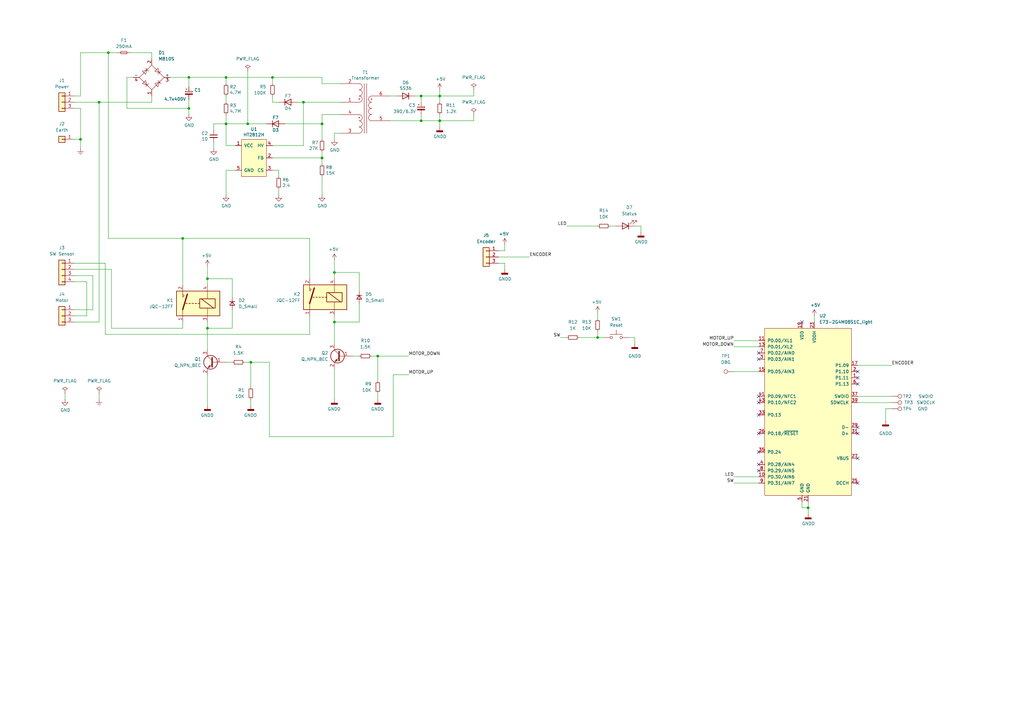
<source format=kicad_sch>
(kicad_sch (version 20211123) (generator eeschema)

  (uuid 78c8d45d-f19f-4c9a-a2f0-5dd84c477680)

  (paper "A3")

  (lib_symbols
    (symbol "Connector:TestPoint" (pin_numbers hide) (pin_names (offset 0.762) hide) (in_bom yes) (on_board yes)
      (property "Reference" "TP" (id 0) (at 0 6.858 0)
        (effects (font (size 1.27 1.27)))
      )
      (property "Value" "TestPoint" (id 1) (at 0 5.08 0)
        (effects (font (size 1.27 1.27)))
      )
      (property "Footprint" "" (id 2) (at 5.08 0 0)
        (effects (font (size 1.27 1.27)) hide)
      )
      (property "Datasheet" "~" (id 3) (at 5.08 0 0)
        (effects (font (size 1.27 1.27)) hide)
      )
      (property "ki_keywords" "test point tp" (id 4) (at 0 0 0)
        (effects (font (size 1.27 1.27)) hide)
      )
      (property "ki_description" "test point" (id 5) (at 0 0 0)
        (effects (font (size 1.27 1.27)) hide)
      )
      (property "ki_fp_filters" "Pin* Test*" (id 6) (at 0 0 0)
        (effects (font (size 1.27 1.27)) hide)
      )
      (symbol "TestPoint_0_1"
        (circle (center 0 3.302) (radius 0.762)
          (stroke (width 0) (type default) (color 0 0 0 0))
          (fill (type none))
        )
      )
      (symbol "TestPoint_1_1"
        (pin passive line (at 0 0 90) (length 2.54)
          (name "1" (effects (font (size 1.27 1.27))))
          (number "1" (effects (font (size 1.27 1.27))))
        )
      )
    )
    (symbol "Connector_Generic:Conn_01x01" (pin_names (offset 1.016) hide) (in_bom yes) (on_board yes)
      (property "Reference" "J" (id 0) (at 0 2.54 0)
        (effects (font (size 1.27 1.27)))
      )
      (property "Value" "Conn_01x01" (id 1) (at 0 -2.54 0)
        (effects (font (size 1.27 1.27)))
      )
      (property "Footprint" "" (id 2) (at 0 0 0)
        (effects (font (size 1.27 1.27)) hide)
      )
      (property "Datasheet" "~" (id 3) (at 0 0 0)
        (effects (font (size 1.27 1.27)) hide)
      )
      (property "ki_keywords" "connector" (id 4) (at 0 0 0)
        (effects (font (size 1.27 1.27)) hide)
      )
      (property "ki_description" "Generic connector, single row, 01x01, script generated (kicad-library-utils/schlib/autogen/connector/)" (id 5) (at 0 0 0)
        (effects (font (size 1.27 1.27)) hide)
      )
      (property "ki_fp_filters" "Connector*:*_1x??_*" (id 6) (at 0 0 0)
        (effects (font (size 1.27 1.27)) hide)
      )
      (symbol "Conn_01x01_1_1"
        (rectangle (start -1.27 0.127) (end 0 -0.127)
          (stroke (width 0.1524) (type default) (color 0 0 0 0))
          (fill (type none))
        )
        (rectangle (start -1.27 1.27) (end 1.27 -1.27)
          (stroke (width 0.254) (type default) (color 0 0 0 0))
          (fill (type background))
        )
        (pin passive line (at -5.08 0 0) (length 3.81)
          (name "Pin_1" (effects (font (size 1.27 1.27))))
          (number "1" (effects (font (size 1.27 1.27))))
        )
      )
    )
    (symbol "Connector_Generic:Conn_01x03" (pin_names (offset 1.016) hide) (in_bom yes) (on_board yes)
      (property "Reference" "J" (id 0) (at 0 5.08 0)
        (effects (font (size 1.27 1.27)))
      )
      (property "Value" "Conn_01x03" (id 1) (at 0 -5.08 0)
        (effects (font (size 1.27 1.27)))
      )
      (property "Footprint" "" (id 2) (at 0 0 0)
        (effects (font (size 1.27 1.27)) hide)
      )
      (property "Datasheet" "~" (id 3) (at 0 0 0)
        (effects (font (size 1.27 1.27)) hide)
      )
      (property "ki_keywords" "connector" (id 4) (at 0 0 0)
        (effects (font (size 1.27 1.27)) hide)
      )
      (property "ki_description" "Generic connector, single row, 01x03, script generated (kicad-library-utils/schlib/autogen/connector/)" (id 5) (at 0 0 0)
        (effects (font (size 1.27 1.27)) hide)
      )
      (property "ki_fp_filters" "Connector*:*_1x??_*" (id 6) (at 0 0 0)
        (effects (font (size 1.27 1.27)) hide)
      )
      (symbol "Conn_01x03_1_1"
        (rectangle (start -1.27 -2.413) (end 0 -2.667)
          (stroke (width 0.1524) (type default) (color 0 0 0 0))
          (fill (type none))
        )
        (rectangle (start -1.27 0.127) (end 0 -0.127)
          (stroke (width 0.1524) (type default) (color 0 0 0 0))
          (fill (type none))
        )
        (rectangle (start -1.27 2.667) (end 0 2.413)
          (stroke (width 0.1524) (type default) (color 0 0 0 0))
          (fill (type none))
        )
        (rectangle (start -1.27 3.81) (end 1.27 -3.81)
          (stroke (width 0.254) (type default) (color 0 0 0 0))
          (fill (type background))
        )
        (pin passive line (at -5.08 2.54 0) (length 3.81)
          (name "Pin_1" (effects (font (size 1.27 1.27))))
          (number "1" (effects (font (size 1.27 1.27))))
        )
        (pin passive line (at -5.08 0 0) (length 3.81)
          (name "Pin_2" (effects (font (size 1.27 1.27))))
          (number "2" (effects (font (size 1.27 1.27))))
        )
        (pin passive line (at -5.08 -2.54 0) (length 3.81)
          (name "Pin_3" (effects (font (size 1.27 1.27))))
          (number "3" (effects (font (size 1.27 1.27))))
        )
      )
    )
    (symbol "Connector_Generic:Conn_01x04" (pin_names (offset 1.016) hide) (in_bom yes) (on_board yes)
      (property "Reference" "J" (id 0) (at 0 5.08 0)
        (effects (font (size 1.27 1.27)))
      )
      (property "Value" "Conn_01x04" (id 1) (at 0 -7.62 0)
        (effects (font (size 1.27 1.27)))
      )
      (property "Footprint" "" (id 2) (at 0 0 0)
        (effects (font (size 1.27 1.27)) hide)
      )
      (property "Datasheet" "~" (id 3) (at 0 0 0)
        (effects (font (size 1.27 1.27)) hide)
      )
      (property "ki_keywords" "connector" (id 4) (at 0 0 0)
        (effects (font (size 1.27 1.27)) hide)
      )
      (property "ki_description" "Generic connector, single row, 01x04, script generated (kicad-library-utils/schlib/autogen/connector/)" (id 5) (at 0 0 0)
        (effects (font (size 1.27 1.27)) hide)
      )
      (property "ki_fp_filters" "Connector*:*_1x??_*" (id 6) (at 0 0 0)
        (effects (font (size 1.27 1.27)) hide)
      )
      (symbol "Conn_01x04_1_1"
        (rectangle (start -1.27 -4.953) (end 0 -5.207)
          (stroke (width 0.1524) (type default) (color 0 0 0 0))
          (fill (type none))
        )
        (rectangle (start -1.27 -2.413) (end 0 -2.667)
          (stroke (width 0.1524) (type default) (color 0 0 0 0))
          (fill (type none))
        )
        (rectangle (start -1.27 0.127) (end 0 -0.127)
          (stroke (width 0.1524) (type default) (color 0 0 0 0))
          (fill (type none))
        )
        (rectangle (start -1.27 2.667) (end 0 2.413)
          (stroke (width 0.1524) (type default) (color 0 0 0 0))
          (fill (type none))
        )
        (rectangle (start -1.27 3.81) (end 1.27 -6.35)
          (stroke (width 0.254) (type default) (color 0 0 0 0))
          (fill (type background))
        )
        (pin passive line (at -5.08 2.54 0) (length 3.81)
          (name "Pin_1" (effects (font (size 1.27 1.27))))
          (number "1" (effects (font (size 1.27 1.27))))
        )
        (pin passive line (at -5.08 0 0) (length 3.81)
          (name "Pin_2" (effects (font (size 1.27 1.27))))
          (number "2" (effects (font (size 1.27 1.27))))
        )
        (pin passive line (at -5.08 -2.54 0) (length 3.81)
          (name "Pin_3" (effects (font (size 1.27 1.27))))
          (number "3" (effects (font (size 1.27 1.27))))
        )
        (pin passive line (at -5.08 -5.08 0) (length 3.81)
          (name "Pin_4" (effects (font (size 1.27 1.27))))
          (number "4" (effects (font (size 1.27 1.27))))
        )
      )
    )
    (symbol "Device:C_Polarized_Small" (pin_numbers hide) (pin_names (offset 0.254) hide) (in_bom yes) (on_board yes)
      (property "Reference" "C" (id 0) (at 0.254 1.778 0)
        (effects (font (size 1.27 1.27)) (justify left))
      )
      (property "Value" "C_Polarized_Small" (id 1) (at 0.254 -2.032 0)
        (effects (font (size 1.27 1.27)) (justify left))
      )
      (property "Footprint" "" (id 2) (at 0 0 0)
        (effects (font (size 1.27 1.27)) hide)
      )
      (property "Datasheet" "~" (id 3) (at 0 0 0)
        (effects (font (size 1.27 1.27)) hide)
      )
      (property "ki_keywords" "cap capacitor" (id 4) (at 0 0 0)
        (effects (font (size 1.27 1.27)) hide)
      )
      (property "ki_description" "Polarized capacitor, small symbol" (id 5) (at 0 0 0)
        (effects (font (size 1.27 1.27)) hide)
      )
      (property "ki_fp_filters" "CP_*" (id 6) (at 0 0 0)
        (effects (font (size 1.27 1.27)) hide)
      )
      (symbol "C_Polarized_Small_0_1"
        (rectangle (start -1.524 -0.3048) (end 1.524 -0.6858)
          (stroke (width 0) (type default) (color 0 0 0 0))
          (fill (type outline))
        )
        (rectangle (start -1.524 0.6858) (end 1.524 0.3048)
          (stroke (width 0) (type default) (color 0 0 0 0))
          (fill (type none))
        )
        (polyline
          (pts
            (xy -1.27 1.524)
            (xy -0.762 1.524)
          )
          (stroke (width 0) (type default) (color 0 0 0 0))
          (fill (type none))
        )
        (polyline
          (pts
            (xy -1.016 1.27)
            (xy -1.016 1.778)
          )
          (stroke (width 0) (type default) (color 0 0 0 0))
          (fill (type none))
        )
      )
      (symbol "C_Polarized_Small_1_1"
        (pin passive line (at 0 2.54 270) (length 1.8542)
          (name "~" (effects (font (size 1.27 1.27))))
          (number "1" (effects (font (size 1.27 1.27))))
        )
        (pin passive line (at 0 -2.54 90) (length 1.8542)
          (name "~" (effects (font (size 1.27 1.27))))
          (number "2" (effects (font (size 1.27 1.27))))
        )
      )
    )
    (symbol "Device:C_Small" (pin_numbers hide) (pin_names (offset 0.254) hide) (in_bom yes) (on_board yes)
      (property "Reference" "C" (id 0) (at 0.254 1.778 0)
        (effects (font (size 1.27 1.27)) (justify left))
      )
      (property "Value" "C_Small" (id 1) (at 0.254 -2.032 0)
        (effects (font (size 1.27 1.27)) (justify left))
      )
      (property "Footprint" "" (id 2) (at 0 0 0)
        (effects (font (size 1.27 1.27)) hide)
      )
      (property "Datasheet" "~" (id 3) (at 0 0 0)
        (effects (font (size 1.27 1.27)) hide)
      )
      (property "ki_keywords" "capacitor cap" (id 4) (at 0 0 0)
        (effects (font (size 1.27 1.27)) hide)
      )
      (property "ki_description" "Unpolarized capacitor, small symbol" (id 5) (at 0 0 0)
        (effects (font (size 1.27 1.27)) hide)
      )
      (property "ki_fp_filters" "C_*" (id 6) (at 0 0 0)
        (effects (font (size 1.27 1.27)) hide)
      )
      (symbol "C_Small_0_1"
        (polyline
          (pts
            (xy -1.524 -0.508)
            (xy 1.524 -0.508)
          )
          (stroke (width 0.3302) (type default) (color 0 0 0 0))
          (fill (type none))
        )
        (polyline
          (pts
            (xy -1.524 0.508)
            (xy 1.524 0.508)
          )
          (stroke (width 0.3048) (type default) (color 0 0 0 0))
          (fill (type none))
        )
      )
      (symbol "C_Small_1_1"
        (pin passive line (at 0 2.54 270) (length 2.032)
          (name "~" (effects (font (size 1.27 1.27))))
          (number "1" (effects (font (size 1.27 1.27))))
        )
        (pin passive line (at 0 -2.54 90) (length 2.032)
          (name "~" (effects (font (size 1.27 1.27))))
          (number "2" (effects (font (size 1.27 1.27))))
        )
      )
    )
    (symbol "Device:D" (pin_numbers hide) (pin_names (offset 1.016) hide) (in_bom yes) (on_board yes)
      (property "Reference" "D" (id 0) (at 0 2.54 0)
        (effects (font (size 1.27 1.27)))
      )
      (property "Value" "D" (id 1) (at 0 -2.54 0)
        (effects (font (size 1.27 1.27)))
      )
      (property "Footprint" "" (id 2) (at 0 0 0)
        (effects (font (size 1.27 1.27)) hide)
      )
      (property "Datasheet" "~" (id 3) (at 0 0 0)
        (effects (font (size 1.27 1.27)) hide)
      )
      (property "ki_keywords" "diode" (id 4) (at 0 0 0)
        (effects (font (size 1.27 1.27)) hide)
      )
      (property "ki_description" "Diode" (id 5) (at 0 0 0)
        (effects (font (size 1.27 1.27)) hide)
      )
      (property "ki_fp_filters" "TO-???* *_Diode_* *SingleDiode* D_*" (id 6) (at 0 0 0)
        (effects (font (size 1.27 1.27)) hide)
      )
      (symbol "D_0_1"
        (polyline
          (pts
            (xy -1.27 1.27)
            (xy -1.27 -1.27)
          )
          (stroke (width 0.254) (type default) (color 0 0 0 0))
          (fill (type none))
        )
        (polyline
          (pts
            (xy 1.27 0)
            (xy -1.27 0)
          )
          (stroke (width 0) (type default) (color 0 0 0 0))
          (fill (type none))
        )
        (polyline
          (pts
            (xy 1.27 1.27)
            (xy 1.27 -1.27)
            (xy -1.27 0)
            (xy 1.27 1.27)
          )
          (stroke (width 0.254) (type default) (color 0 0 0 0))
          (fill (type none))
        )
      )
      (symbol "D_1_1"
        (pin passive line (at -3.81 0 0) (length 2.54)
          (name "K" (effects (font (size 1.27 1.27))))
          (number "1" (effects (font (size 1.27 1.27))))
        )
        (pin passive line (at 3.81 0 180) (length 2.54)
          (name "A" (effects (font (size 1.27 1.27))))
          (number "2" (effects (font (size 1.27 1.27))))
        )
      )
    )
    (symbol "Device:D_Small" (pin_numbers hide) (pin_names (offset 0.254) hide) (in_bom yes) (on_board yes)
      (property "Reference" "D" (id 0) (at -1.27 2.032 0)
        (effects (font (size 1.27 1.27)) (justify left))
      )
      (property "Value" "D_Small" (id 1) (at -3.81 -2.032 0)
        (effects (font (size 1.27 1.27)) (justify left))
      )
      (property "Footprint" "" (id 2) (at 0 0 90)
        (effects (font (size 1.27 1.27)) hide)
      )
      (property "Datasheet" "~" (id 3) (at 0 0 90)
        (effects (font (size 1.27 1.27)) hide)
      )
      (property "ki_keywords" "diode" (id 4) (at 0 0 0)
        (effects (font (size 1.27 1.27)) hide)
      )
      (property "ki_description" "Diode, small symbol" (id 5) (at 0 0 0)
        (effects (font (size 1.27 1.27)) hide)
      )
      (property "ki_fp_filters" "TO-???* *_Diode_* *SingleDiode* D_*" (id 6) (at 0 0 0)
        (effects (font (size 1.27 1.27)) hide)
      )
      (symbol "D_Small_0_1"
        (polyline
          (pts
            (xy -0.762 -1.016)
            (xy -0.762 1.016)
          )
          (stroke (width 0.254) (type default) (color 0 0 0 0))
          (fill (type none))
        )
        (polyline
          (pts
            (xy -0.762 0)
            (xy 0.762 0)
          )
          (stroke (width 0) (type default) (color 0 0 0 0))
          (fill (type none))
        )
        (polyline
          (pts
            (xy 0.762 -1.016)
            (xy -0.762 0)
            (xy 0.762 1.016)
            (xy 0.762 -1.016)
          )
          (stroke (width 0.254) (type default) (color 0 0 0 0))
          (fill (type none))
        )
      )
      (symbol "D_Small_1_1"
        (pin passive line (at -2.54 0 0) (length 1.778)
          (name "K" (effects (font (size 1.27 1.27))))
          (number "1" (effects (font (size 1.27 1.27))))
        )
        (pin passive line (at 2.54 0 180) (length 1.778)
          (name "A" (effects (font (size 1.27 1.27))))
          (number "2" (effects (font (size 1.27 1.27))))
        )
      )
    )
    (symbol "Device:Fuse_Small" (pin_numbers hide) (pin_names (offset 0.254) hide) (in_bom yes) (on_board yes)
      (property "Reference" "F" (id 0) (at 0 -1.524 0)
        (effects (font (size 1.27 1.27)))
      )
      (property "Value" "Fuse_Small" (id 1) (at 0 1.524 0)
        (effects (font (size 1.27 1.27)))
      )
      (property "Footprint" "" (id 2) (at 0 0 0)
        (effects (font (size 1.27 1.27)) hide)
      )
      (property "Datasheet" "~" (id 3) (at 0 0 0)
        (effects (font (size 1.27 1.27)) hide)
      )
      (property "ki_keywords" "fuse" (id 4) (at 0 0 0)
        (effects (font (size 1.27 1.27)) hide)
      )
      (property "ki_description" "Fuse, small symbol" (id 5) (at 0 0 0)
        (effects (font (size 1.27 1.27)) hide)
      )
      (property "ki_fp_filters" "SM*" (id 6) (at 0 0 0)
        (effects (font (size 1.27 1.27)) hide)
      )
      (symbol "Fuse_Small_0_1"
        (rectangle (start -1.27 0.508) (end 1.27 -0.508)
          (stroke (width 0) (type default) (color 0 0 0 0))
          (fill (type none))
        )
        (polyline
          (pts
            (xy -1.27 0)
            (xy 1.27 0)
          )
          (stroke (width 0) (type default) (color 0 0 0 0))
          (fill (type none))
        )
      )
      (symbol "Fuse_Small_1_1"
        (pin passive line (at -2.54 0 0) (length 1.27)
          (name "~" (effects (font (size 1.27 1.27))))
          (number "1" (effects (font (size 1.27 1.27))))
        )
        (pin passive line (at 2.54 0 180) (length 1.27)
          (name "~" (effects (font (size 1.27 1.27))))
          (number "2" (effects (font (size 1.27 1.27))))
        )
      )
    )
    (symbol "Device:LED" (pin_numbers hide) (pin_names (offset 1.016) hide) (in_bom yes) (on_board yes)
      (property "Reference" "D" (id 0) (at 0 2.54 0)
        (effects (font (size 1.27 1.27)))
      )
      (property "Value" "LED" (id 1) (at 0 -2.54 0)
        (effects (font (size 1.27 1.27)))
      )
      (property "Footprint" "" (id 2) (at 0 0 0)
        (effects (font (size 1.27 1.27)) hide)
      )
      (property "Datasheet" "~" (id 3) (at 0 0 0)
        (effects (font (size 1.27 1.27)) hide)
      )
      (property "ki_keywords" "LED diode" (id 4) (at 0 0 0)
        (effects (font (size 1.27 1.27)) hide)
      )
      (property "ki_description" "Light emitting diode" (id 5) (at 0 0 0)
        (effects (font (size 1.27 1.27)) hide)
      )
      (property "ki_fp_filters" "LED* LED_SMD:* LED_THT:*" (id 6) (at 0 0 0)
        (effects (font (size 1.27 1.27)) hide)
      )
      (symbol "LED_0_1"
        (polyline
          (pts
            (xy -1.27 -1.27)
            (xy -1.27 1.27)
          )
          (stroke (width 0.254) (type default) (color 0 0 0 0))
          (fill (type none))
        )
        (polyline
          (pts
            (xy -1.27 0)
            (xy 1.27 0)
          )
          (stroke (width 0) (type default) (color 0 0 0 0))
          (fill (type none))
        )
        (polyline
          (pts
            (xy 1.27 -1.27)
            (xy 1.27 1.27)
            (xy -1.27 0)
            (xy 1.27 -1.27)
          )
          (stroke (width 0.254) (type default) (color 0 0 0 0))
          (fill (type none))
        )
        (polyline
          (pts
            (xy -3.048 -0.762)
            (xy -4.572 -2.286)
            (xy -3.81 -2.286)
            (xy -4.572 -2.286)
            (xy -4.572 -1.524)
          )
          (stroke (width 0) (type default) (color 0 0 0 0))
          (fill (type none))
        )
        (polyline
          (pts
            (xy -1.778 -0.762)
            (xy -3.302 -2.286)
            (xy -2.54 -2.286)
            (xy -3.302 -2.286)
            (xy -3.302 -1.524)
          )
          (stroke (width 0) (type default) (color 0 0 0 0))
          (fill (type none))
        )
      )
      (symbol "LED_1_1"
        (pin passive line (at -3.81 0 0) (length 2.54)
          (name "K" (effects (font (size 1.27 1.27))))
          (number "1" (effects (font (size 1.27 1.27))))
        )
        (pin passive line (at 3.81 0 180) (length 2.54)
          (name "A" (effects (font (size 1.27 1.27))))
          (number "2" (effects (font (size 1.27 1.27))))
        )
      )
    )
    (symbol "Device:Q_NPN_BEC" (pin_names (offset 0) hide) (in_bom yes) (on_board yes)
      (property "Reference" "Q" (id 0) (at 5.08 1.27 0)
        (effects (font (size 1.27 1.27)) (justify left))
      )
      (property "Value" "Q_NPN_BEC" (id 1) (at 5.08 -1.27 0)
        (effects (font (size 1.27 1.27)) (justify left))
      )
      (property "Footprint" "" (id 2) (at 5.08 2.54 0)
        (effects (font (size 1.27 1.27)) hide)
      )
      (property "Datasheet" "~" (id 3) (at 0 0 0)
        (effects (font (size 1.27 1.27)) hide)
      )
      (property "ki_keywords" "transistor NPN" (id 4) (at 0 0 0)
        (effects (font (size 1.27 1.27)) hide)
      )
      (property "ki_description" "NPN transistor, base/emitter/collector" (id 5) (at 0 0 0)
        (effects (font (size 1.27 1.27)) hide)
      )
      (symbol "Q_NPN_BEC_0_1"
        (polyline
          (pts
            (xy 0.635 0.635)
            (xy 2.54 2.54)
          )
          (stroke (width 0) (type default) (color 0 0 0 0))
          (fill (type none))
        )
        (polyline
          (pts
            (xy 0.635 -0.635)
            (xy 2.54 -2.54)
            (xy 2.54 -2.54)
          )
          (stroke (width 0) (type default) (color 0 0 0 0))
          (fill (type none))
        )
        (polyline
          (pts
            (xy 0.635 1.905)
            (xy 0.635 -1.905)
            (xy 0.635 -1.905)
          )
          (stroke (width 0.508) (type default) (color 0 0 0 0))
          (fill (type none))
        )
        (polyline
          (pts
            (xy 1.27 -1.778)
            (xy 1.778 -1.27)
            (xy 2.286 -2.286)
            (xy 1.27 -1.778)
            (xy 1.27 -1.778)
          )
          (stroke (width 0) (type default) (color 0 0 0 0))
          (fill (type outline))
        )
        (circle (center 1.27 0) (radius 2.8194)
          (stroke (width 0.254) (type default) (color 0 0 0 0))
          (fill (type none))
        )
      )
      (symbol "Q_NPN_BEC_1_1"
        (pin input line (at -5.08 0 0) (length 5.715)
          (name "B" (effects (font (size 1.27 1.27))))
          (number "1" (effects (font (size 1.27 1.27))))
        )
        (pin passive line (at 2.54 -5.08 90) (length 2.54)
          (name "E" (effects (font (size 1.27 1.27))))
          (number "2" (effects (font (size 1.27 1.27))))
        )
        (pin passive line (at 2.54 5.08 270) (length 2.54)
          (name "C" (effects (font (size 1.27 1.27))))
          (number "3" (effects (font (size 1.27 1.27))))
        )
      )
    )
    (symbol "Device:R_Small" (pin_numbers hide) (pin_names (offset 0.254) hide) (in_bom yes) (on_board yes)
      (property "Reference" "R" (id 0) (at 0.762 0.508 0)
        (effects (font (size 1.27 1.27)) (justify left))
      )
      (property "Value" "R_Small" (id 1) (at 0.762 -1.016 0)
        (effects (font (size 1.27 1.27)) (justify left))
      )
      (property "Footprint" "" (id 2) (at 0 0 0)
        (effects (font (size 1.27 1.27)) hide)
      )
      (property "Datasheet" "~" (id 3) (at 0 0 0)
        (effects (font (size 1.27 1.27)) hide)
      )
      (property "ki_keywords" "R resistor" (id 4) (at 0 0 0)
        (effects (font (size 1.27 1.27)) hide)
      )
      (property "ki_description" "Resistor, small symbol" (id 5) (at 0 0 0)
        (effects (font (size 1.27 1.27)) hide)
      )
      (property "ki_fp_filters" "R_*" (id 6) (at 0 0 0)
        (effects (font (size 1.27 1.27)) hide)
      )
      (symbol "R_Small_0_1"
        (rectangle (start -0.762 1.778) (end 0.762 -1.778)
          (stroke (width 0.2032) (type default) (color 0 0 0 0))
          (fill (type none))
        )
      )
      (symbol "R_Small_1_1"
        (pin passive line (at 0 2.54 270) (length 0.762)
          (name "~" (effects (font (size 1.27 1.27))))
          (number "1" (effects (font (size 1.27 1.27))))
        )
        (pin passive line (at 0 -2.54 90) (length 0.762)
          (name "~" (effects (font (size 1.27 1.27))))
          (number "2" (effects (font (size 1.27 1.27))))
        )
      )
    )
    (symbol "Switch:SW_Push" (pin_numbers hide) (pin_names (offset 1.016) hide) (in_bom yes) (on_board yes)
      (property "Reference" "SW" (id 0) (at 1.27 2.54 0)
        (effects (font (size 1.27 1.27)) (justify left))
      )
      (property "Value" "SW_Push" (id 1) (at 0 -1.524 0)
        (effects (font (size 1.27 1.27)))
      )
      (property "Footprint" "" (id 2) (at 0 5.08 0)
        (effects (font (size 1.27 1.27)) hide)
      )
      (property "Datasheet" "~" (id 3) (at 0 5.08 0)
        (effects (font (size 1.27 1.27)) hide)
      )
      (property "ki_keywords" "switch normally-open pushbutton push-button" (id 4) (at 0 0 0)
        (effects (font (size 1.27 1.27)) hide)
      )
      (property "ki_description" "Push button switch, generic, two pins" (id 5) (at 0 0 0)
        (effects (font (size 1.27 1.27)) hide)
      )
      (symbol "SW_Push_0_1"
        (circle (center -2.032 0) (radius 0.508)
          (stroke (width 0) (type default) (color 0 0 0 0))
          (fill (type none))
        )
        (polyline
          (pts
            (xy 0 1.27)
            (xy 0 3.048)
          )
          (stroke (width 0) (type default) (color 0 0 0 0))
          (fill (type none))
        )
        (polyline
          (pts
            (xy 2.54 1.27)
            (xy -2.54 1.27)
          )
          (stroke (width 0) (type default) (color 0 0 0 0))
          (fill (type none))
        )
        (circle (center 2.032 0) (radius 0.508)
          (stroke (width 0) (type default) (color 0 0 0 0))
          (fill (type none))
        )
        (pin passive line (at -5.08 0 0) (length 2.54)
          (name "1" (effects (font (size 1.27 1.27))))
          (number "1" (effects (font (size 1.27 1.27))))
        )
        (pin passive line (at 5.08 0 180) (length 2.54)
          (name "2" (effects (font (size 1.27 1.27))))
          (number "2" (effects (font (size 1.27 1.27))))
        )
      )
    )
    (symbol "nrf5:E73-2G4M08S1C_light" (pin_names (offset 1.016)) (in_bom yes) (on_board yes)
      (property "Reference" "U" (id 0) (at -15.24 -38.1 0)
        (effects (font (size 1.27 1.27)))
      )
      (property "Value" "E73-2G4M08S1C_light" (id 1) (at 0 0 90)
        (effects (font (size 1.27 1.27)))
      )
      (property "Footprint" "nrf5:E73-2G4M08S1C_light" (id 2) (at 2.54 0 90)
        (effects (font (size 1.27 1.27)) hide)
      )
      (property "Datasheet" "" (id 3) (at 0 0 0)
        (effects (font (size 1.27 1.27)) hide)
      )
      (symbol "E73-2G4M08S1C_light_0_1"
        (rectangle (start -17.78 33.02) (end 17.78 -35.56)
          (stroke (width 0) (type default) (color 0 0 0 0))
          (fill (type background))
        )
      )
      (symbol "E73-2G4M08S1C_light_1_1"
        (pin bidirectional line (at 20.32 12.7 180) (length 2.54)
          (name "P1.11" (effects (font (size 1.27 1.27))))
          (number "1" (effects (font (size 1.27 1.27))))
        )
        (pin bidirectional line (at -20.32 -27.94 0) (length 2.54)
          (name "P0.30/AIN6" (effects (font (size 1.27 1.27))))
          (number "10" (effects (font (size 1.27 1.27))))
        )
        (pin bidirectional line (at -20.32 27.94 0) (length 2.54)
          (name "P0.00/XL1" (effects (font (size 1.27 1.27))))
          (number "11" (effects (font (size 1.27 1.27))))
        )
        (pin bidirectional line (at -20.32 25.4 0) (length 2.54)
          (name "P0.01/XL2" (effects (font (size 1.27 1.27))))
          (number "13" (effects (font (size 1.27 1.27))))
        )
        (pin bidirectional line (at -20.32 15.24 0) (length 2.54)
          (name "P0.05/AIN3" (effects (font (size 1.27 1.27))))
          (number "15" (effects (font (size 1.27 1.27))))
        )
        (pin bidirectional line (at 20.32 17.78 180) (length 2.54)
          (name "P1.09" (effects (font (size 1.27 1.27))))
          (number "17" (effects (font (size 1.27 1.27))))
        )
        (pin power_in line (at -2.54 35.56 270) (length 2.54)
          (name "VDD" (effects (font (size 1.27 1.27))))
          (number "19" (effects (font (size 1.27 1.27))))
        )
        (pin bidirectional line (at 20.32 15.24 180) (length 2.54)
          (name "P1.10" (effects (font (size 1.27 1.27))))
          (number "2" (effects (font (size 1.27 1.27))))
        )
        (pin power_in line (at 0 -38.1 90) (length 2.54)
          (name "GND" (effects (font (size 1.27 1.27))))
          (number "21" (effects (font (size 1.27 1.27))))
        )
        (pin power_in line (at 2.54 35.56 270) (length 2.54)
          (name "VDDH" (effects (font (size 1.27 1.27))))
          (number "23" (effects (font (size 1.27 1.27))))
        )
        (pin power_out line (at 20.32 -30.48 180) (length 2.54)
          (name "DCCH" (effects (font (size 1.27 1.27))))
          (number "25" (effects (font (size 1.27 1.27))))
        )
        (pin bidirectional line (at -20.32 -10.16 0) (length 2.54)
          (name "P0.18/~{RESET}" (effects (font (size 1.27 1.27))))
          (number "26" (effects (font (size 1.27 1.27))))
        )
        (pin power_in line (at 20.32 -20.32 180) (length 2.54)
          (name "VBUS" (effects (font (size 1.27 1.27))))
          (number "27" (effects (font (size 1.27 1.27))))
        )
        (pin bidirectional line (at 20.32 -7.62 180) (length 2.54)
          (name "D-" (effects (font (size 1.27 1.27))))
          (number "29" (effects (font (size 1.27 1.27))))
        )
        (pin bidirectional line (at -20.32 20.32 0) (length 2.54)
          (name "P0.03/AIN1" (effects (font (size 1.27 1.27))))
          (number "3" (effects (font (size 1.27 1.27))))
        )
        (pin bidirectional line (at 20.32 -10.16 180) (length 2.54)
          (name "D+" (effects (font (size 1.27 1.27))))
          (number "31" (effects (font (size 1.27 1.27))))
        )
        (pin bidirectional line (at -20.32 -2.54 0) (length 2.54)
          (name "P0.13" (effects (font (size 1.27 1.27))))
          (number "33" (effects (font (size 1.27 1.27))))
        )
        (pin bidirectional line (at -20.32 -17.78 0) (length 2.54)
          (name "P0.24" (effects (font (size 1.27 1.27))))
          (number "35" (effects (font (size 1.27 1.27))))
        )
        (pin bidirectional line (at 20.32 5.08 180) (length 2.54)
          (name "SWDIO" (effects (font (size 1.27 1.27))))
          (number "37" (effects (font (size 1.27 1.27))))
        )
        (pin input line (at 20.32 2.54 180) (length 2.54)
          (name "SDWCLK" (effects (font (size 1.27 1.27))))
          (number "39" (effects (font (size 1.27 1.27))))
        )
        (pin bidirectional line (at -20.32 -22.86 0) (length 2.54)
          (name "P0.28/AIN4" (effects (font (size 1.27 1.27))))
          (number "4" (effects (font (size 1.27 1.27))))
        )
        (pin bidirectional line (at -20.32 5.08 0) (length 2.54)
          (name "P0.09/NFC1" (effects (font (size 1.27 1.27))))
          (number "41" (effects (font (size 1.27 1.27))))
        )
        (pin bidirectional line (at -20.32 2.54 0) (length 2.54)
          (name "P0.10/NFC2" (effects (font (size 1.27 1.27))))
          (number "43" (effects (font (size 1.27 1.27))))
        )
        (pin power_in line (at -2.54 -38.1 90) (length 2.54)
          (name "GND" (effects (font (size 1.27 1.27))))
          (number "5" (effects (font (size 1.27 1.27))))
        )
        (pin bidirectional line (at 20.32 10.16 180) (length 2.54)
          (name "P1.13" (effects (font (size 1.27 1.27))))
          (number "6" (effects (font (size 1.27 1.27))))
        )
        (pin bidirectional line (at -20.32 22.86 0) (length 2.54)
          (name "P0.02/AIN0" (effects (font (size 1.27 1.27))))
          (number "7" (effects (font (size 1.27 1.27))))
        )
        (pin bidirectional line (at -20.32 -25.4 0) (length 2.54)
          (name "P0.29/AIN5" (effects (font (size 1.27 1.27))))
          (number "8" (effects (font (size 1.27 1.27))))
        )
        (pin bidirectional line (at -20.32 -30.48 0) (length 2.54)
          (name "P0.31/AIN7" (effects (font (size 1.27 1.27))))
          (number "9" (effects (font (size 1.27 1.27))))
        )
      )
    )
    (symbol "power:+5V" (power) (pin_names (offset 0)) (in_bom yes) (on_board yes)
      (property "Reference" "#PWR" (id 0) (at 0 -3.81 0)
        (effects (font (size 1.27 1.27)) hide)
      )
      (property "Value" "+5V" (id 1) (at 0 3.556 0)
        (effects (font (size 1.27 1.27)))
      )
      (property "Footprint" "" (id 2) (at 0 0 0)
        (effects (font (size 1.27 1.27)) hide)
      )
      (property "Datasheet" "" (id 3) (at 0 0 0)
        (effects (font (size 1.27 1.27)) hide)
      )
      (property "ki_keywords" "power-flag" (id 4) (at 0 0 0)
        (effects (font (size 1.27 1.27)) hide)
      )
      (property "ki_description" "Power symbol creates a global label with name \"+5V\"" (id 5) (at 0 0 0)
        (effects (font (size 1.27 1.27)) hide)
      )
      (symbol "+5V_0_1"
        (polyline
          (pts
            (xy -0.762 1.27)
            (xy 0 2.54)
          )
          (stroke (width 0) (type default) (color 0 0 0 0))
          (fill (type none))
        )
        (polyline
          (pts
            (xy 0 0)
            (xy 0 2.54)
          )
          (stroke (width 0) (type default) (color 0 0 0 0))
          (fill (type none))
        )
        (polyline
          (pts
            (xy 0 2.54)
            (xy 0.762 1.27)
          )
          (stroke (width 0) (type default) (color 0 0 0 0))
          (fill (type none))
        )
      )
      (symbol "+5V_1_1"
        (pin power_in line (at 0 0 90) (length 0) hide
          (name "+5V" (effects (font (size 1.27 1.27))))
          (number "1" (effects (font (size 1.27 1.27))))
        )
      )
    )
    (symbol "power:Earth" (power) (pin_names (offset 0)) (in_bom yes) (on_board yes)
      (property "Reference" "#PWR" (id 0) (at 0 -6.35 0)
        (effects (font (size 1.27 1.27)) hide)
      )
      (property "Value" "Earth" (id 1) (at 0 -3.81 0)
        (effects (font (size 1.27 1.27)) hide)
      )
      (property "Footprint" "" (id 2) (at 0 0 0)
        (effects (font (size 1.27 1.27)) hide)
      )
      (property "Datasheet" "~" (id 3) (at 0 0 0)
        (effects (font (size 1.27 1.27)) hide)
      )
      (property "ki_keywords" "power-flag ground gnd" (id 4) (at 0 0 0)
        (effects (font (size 1.27 1.27)) hide)
      )
      (property "ki_description" "Power symbol creates a global label with name \"Earth\"" (id 5) (at 0 0 0)
        (effects (font (size 1.27 1.27)) hide)
      )
      (symbol "Earth_0_1"
        (polyline
          (pts
            (xy -0.635 -1.905)
            (xy 0.635 -1.905)
          )
          (stroke (width 0) (type default) (color 0 0 0 0))
          (fill (type none))
        )
        (polyline
          (pts
            (xy -0.127 -2.54)
            (xy 0.127 -2.54)
          )
          (stroke (width 0) (type default) (color 0 0 0 0))
          (fill (type none))
        )
        (polyline
          (pts
            (xy 0 -1.27)
            (xy 0 0)
          )
          (stroke (width 0) (type default) (color 0 0 0 0))
          (fill (type none))
        )
        (polyline
          (pts
            (xy 1.27 -1.27)
            (xy -1.27 -1.27)
          )
          (stroke (width 0) (type default) (color 0 0 0 0))
          (fill (type none))
        )
      )
      (symbol "Earth_1_1"
        (pin power_in line (at 0 0 270) (length 0) hide
          (name "Earth" (effects (font (size 1.27 1.27))))
          (number "1" (effects (font (size 1.27 1.27))))
        )
      )
    )
    (symbol "power:GND" (power) (pin_names (offset 0)) (in_bom yes) (on_board yes)
      (property "Reference" "#PWR" (id 0) (at 0 -6.35 0)
        (effects (font (size 1.27 1.27)) hide)
      )
      (property "Value" "GND" (id 1) (at 0 -3.81 0)
        (effects (font (size 1.27 1.27)))
      )
      (property "Footprint" "" (id 2) (at 0 0 0)
        (effects (font (size 1.27 1.27)) hide)
      )
      (property "Datasheet" "" (id 3) (at 0 0 0)
        (effects (font (size 1.27 1.27)) hide)
      )
      (property "ki_keywords" "power-flag" (id 4) (at 0 0 0)
        (effects (font (size 1.27 1.27)) hide)
      )
      (property "ki_description" "Power symbol creates a global label with name \"GND\" , ground" (id 5) (at 0 0 0)
        (effects (font (size 1.27 1.27)) hide)
      )
      (symbol "GND_0_1"
        (polyline
          (pts
            (xy 0 0)
            (xy 0 -1.27)
            (xy 1.27 -1.27)
            (xy 0 -2.54)
            (xy -1.27 -1.27)
            (xy 0 -1.27)
          )
          (stroke (width 0) (type default) (color 0 0 0 0))
          (fill (type none))
        )
      )
      (symbol "GND_1_1"
        (pin power_in line (at 0 0 270) (length 0) hide
          (name "GND" (effects (font (size 1.27 1.27))))
          (number "1" (effects (font (size 1.27 1.27))))
        )
      )
    )
    (symbol "power:GNDD" (power) (pin_names (offset 0)) (in_bom yes) (on_board yes)
      (property "Reference" "#PWR" (id 0) (at 0 -6.35 0)
        (effects (font (size 1.27 1.27)) hide)
      )
      (property "Value" "GNDD" (id 1) (at 0 -3.175 0)
        (effects (font (size 1.27 1.27)))
      )
      (property "Footprint" "" (id 2) (at 0 0 0)
        (effects (font (size 1.27 1.27)) hide)
      )
      (property "Datasheet" "" (id 3) (at 0 0 0)
        (effects (font (size 1.27 1.27)) hide)
      )
      (property "ki_keywords" "power-flag" (id 4) (at 0 0 0)
        (effects (font (size 1.27 1.27)) hide)
      )
      (property "ki_description" "Power symbol creates a global label with name \"GNDD\" , digital ground" (id 5) (at 0 0 0)
        (effects (font (size 1.27 1.27)) hide)
      )
      (symbol "GNDD_0_1"
        (rectangle (start -1.27 -1.524) (end 1.27 -2.032)
          (stroke (width 0.254) (type default) (color 0 0 0 0))
          (fill (type outline))
        )
        (polyline
          (pts
            (xy 0 0)
            (xy 0 -1.524)
          )
          (stroke (width 0) (type default) (color 0 0 0 0))
          (fill (type none))
        )
      )
      (symbol "GNDD_1_1"
        (pin power_in line (at 0 0 270) (length 0) hide
          (name "GNDD" (effects (font (size 1.27 1.27))))
          (number "1" (effects (font (size 1.27 1.27))))
        )
      )
    )
    (symbol "power:PWR_FLAG" (power) (pin_numbers hide) (pin_names (offset 0) hide) (in_bom yes) (on_board yes)
      (property "Reference" "#FLG" (id 0) (at 0 1.905 0)
        (effects (font (size 1.27 1.27)) hide)
      )
      (property "Value" "PWR_FLAG" (id 1) (at 0 3.81 0)
        (effects (font (size 1.27 1.27)))
      )
      (property "Footprint" "" (id 2) (at 0 0 0)
        (effects (font (size 1.27 1.27)) hide)
      )
      (property "Datasheet" "~" (id 3) (at 0 0 0)
        (effects (font (size 1.27 1.27)) hide)
      )
      (property "ki_keywords" "power-flag" (id 4) (at 0 0 0)
        (effects (font (size 1.27 1.27)) hide)
      )
      (property "ki_description" "Special symbol for telling ERC where power comes from" (id 5) (at 0 0 0)
        (effects (font (size 1.27 1.27)) hide)
      )
      (symbol "PWR_FLAG_0_0"
        (pin power_out line (at 0 0 90) (length 0)
          (name "pwr" (effects (font (size 1.27 1.27))))
          (number "1" (effects (font (size 1.27 1.27))))
        )
      )
      (symbol "PWR_FLAG_0_1"
        (polyline
          (pts
            (xy 0 0)
            (xy 0 1.27)
            (xy -1.016 1.905)
            (xy 0 2.54)
            (xy 1.016 1.905)
            (xy 0 1.27)
          )
          (stroke (width 0) (type default) (color 0 0 0 0))
          (fill (type none))
        )
      )
    )
    (symbol "screen_controller:HT2812H" (pin_names (offset 1.016)) (in_bom yes) (on_board yes)
      (property "Reference" "D" (id 0) (at 0 -8.89 0)
        (effects (font (size 1.27 1.27)))
      )
      (property "Value" "HT2812H" (id 1) (at 0 8.89 0)
        (effects (font (size 1.27 1.27)))
      )
      (property "Footprint" "screen_controller:HT2812H" (id 2) (at 0 -7.62 0)
        (effects (font (size 1.27 1.27)) hide)
      )
      (property "Datasheet" "" (id 3) (at 0 -7.62 0)
        (effects (font (size 1.27 1.27)) hide)
      )
      (symbol "HT2812H_0_1"
        (rectangle (start -5.08 7.62) (end 5.08 -7.62)
          (stroke (width 0) (type default) (color 0 0 0 0))
          (fill (type background))
        )
      )
      (symbol "HT2812H_1_1"
        (pin power_in line (at -7.62 5.08 0) (length 2.54)
          (name "VCC" (effects (font (size 1.27 1.27))))
          (number "1" (effects (font (size 1.27 1.27))))
        )
        (pin passive line (at 7.62 0 180) (length 2.54)
          (name "FB" (effects (font (size 1.27 1.27))))
          (number "2" (effects (font (size 1.27 1.27))))
        )
        (pin input line (at 7.62 -5.08 180) (length 2.54)
          (name "CS" (effects (font (size 1.27 1.27))))
          (number "3" (effects (font (size 1.27 1.27))))
        )
        (pin passive line (at 7.62 5.08 180) (length 2.54)
          (name "HV" (effects (font (size 1.27 1.27))))
          (number "4" (effects (font (size 1.27 1.27))))
        )
        (pin power_in line (at -7.62 -5.08 0) (length 2.54)
          (name "GND" (effects (font (size 1.27 1.27))))
          (number "5" (effects (font (size 1.27 1.27))))
        )
      )
    )
    (symbol "screen_controller:JQC-12FF" (in_bom yes) (on_board yes)
      (property "Reference" "K" (id 0) (at 11.43 0 0)
        (effects (font (size 1.27 1.27)))
      )
      (property "Value" "JQC-12FF" (id 1) (at -17.78 0 0)
        (effects (font (size 1.27 1.27)))
      )
      (property "Footprint" "screen_controller:JQC-12FF" (id 2) (at 0 0 0)
        (effects (font (size 1.27 1.27)) hide)
      )
      (property "Datasheet" "" (id 3) (at 0 0 0)
        (effects (font (size 1.27 1.27)) hide)
      )
      (symbol "JQC-12FF_0_0"
        (polyline
          (pts
            (xy 5.08 5.08)
            (xy 5.08 2.54)
            (xy 4.445 3.175)
            (xy 5.08 3.81)
          )
          (stroke (width 0) (type default) (color 0 0 0 0))
          (fill (type none))
        )
      )
      (symbol "JQC-12FF_0_1"
        (rectangle (start -10.16 5.08) (end 7.62 -5.08)
          (stroke (width 0.254) (type default) (color 0 0 0 0))
          (fill (type background))
        )
        (rectangle (start -8.255 1.905) (end -1.905 -1.905)
          (stroke (width 0.254) (type default) (color 0 0 0 0))
          (fill (type none))
        )
        (polyline
          (pts
            (xy -7.62 -1.905)
            (xy -2.54 1.905)
          )
          (stroke (width 0.254) (type default) (color 0 0 0 0))
          (fill (type none))
        )
        (polyline
          (pts
            (xy -5.08 -5.08)
            (xy -5.08 -1.905)
          )
          (stroke (width 0) (type default) (color 0 0 0 0))
          (fill (type none))
        )
        (polyline
          (pts
            (xy -5.08 5.08)
            (xy -5.08 1.905)
          )
          (stroke (width 0) (type default) (color 0 0 0 0))
          (fill (type none))
        )
        (polyline
          (pts
            (xy -1.905 0)
            (xy -1.27 0)
          )
          (stroke (width 0.254) (type default) (color 0 0 0 0))
          (fill (type none))
        )
        (polyline
          (pts
            (xy -0.635 0)
            (xy 0 0)
          )
          (stroke (width 0.254) (type default) (color 0 0 0 0))
          (fill (type none))
        )
        (polyline
          (pts
            (xy 0.635 0)
            (xy 1.27 0)
          )
          (stroke (width 0.254) (type default) (color 0 0 0 0))
          (fill (type none))
        )
        (polyline
          (pts
            (xy 1.905 0)
            (xy 2.54 0)
          )
          (stroke (width 0.254) (type default) (color 0 0 0 0))
          (fill (type none))
        )
        (polyline
          (pts
            (xy 3.175 0)
            (xy 3.81 0)
          )
          (stroke (width 0.254) (type default) (color 0 0 0 0))
          (fill (type none))
        )
        (polyline
          (pts
            (xy 5.08 -2.54)
            (xy 3.175 3.81)
          )
          (stroke (width 0.508) (type default) (color 0 0 0 0))
          (fill (type none))
        )
        (polyline
          (pts
            (xy 5.08 -2.54)
            (xy 5.08 -5.08)
          )
          (stroke (width 0) (type default) (color 0 0 0 0))
          (fill (type none))
        )
      )
      (symbol "JQC-12FF_1_1"
        (pin passive line (at 5.08 -7.62 90) (length 2.54)
          (name "~" (effects (font (size 1.27 1.27))))
          (number "1" (effects (font (size 1.27 1.27))))
        )
        (pin passive line (at 5.08 7.62 270) (length 2.54)
          (name "~" (effects (font (size 1.27 1.27))))
          (number "2" (effects (font (size 1.27 1.27))))
        )
        (pin passive line (at -5.08 -7.62 90) (length 2.54)
          (name "~" (effects (font (size 1.27 1.27))))
          (number "3" (effects (font (size 1.27 1.27))))
        )
        (pin passive line (at -5.08 7.62 270) (length 2.54)
          (name "~" (effects (font (size 1.27 1.27))))
          (number "4" (effects (font (size 1.27 1.27))))
        )
      )
    )
    (symbol "screen_controller:MB10S" (pin_names (offset 0)) (in_bom yes) (on_board yes)
      (property "Reference" "D" (id 0) (at 2.54 6.985 0)
        (effects (font (size 1.27 1.27)) (justify left))
      )
      (property "Value" "MB10S" (id 1) (at 2.54 5.08 0)
        (effects (font (size 1.27 1.27)) (justify left))
      )
      (property "Footprint" "Package_TO_SOT_SMD:TO-269AA" (id 2) (at 3.81 3.175 0)
        (effects (font (size 1.27 1.27)) (justify left) hide)
      )
      (property "Datasheet" "" (id 3) (at 0 0 0)
        (effects (font (size 1.27 1.27)) hide)
      )
      (property "ki_fp_filters" "TO?269AA*" (id 4) (at 0 0 0)
        (effects (font (size 1.27 1.27)) hide)
      )
      (symbol "MB10S_0_1"
        (polyline
          (pts
            (xy -2.54 3.81)
            (xy -1.27 2.54)
          )
          (stroke (width 0) (type default) (color 0 0 0 0))
          (fill (type none))
        )
        (polyline
          (pts
            (xy -1.27 -2.54)
            (xy -2.54 -3.81)
          )
          (stroke (width 0) (type default) (color 0 0 0 0))
          (fill (type none))
        )
        (polyline
          (pts
            (xy 2.54 -1.27)
            (xy 3.81 -2.54)
          )
          (stroke (width 0) (type default) (color 0 0 0 0))
          (fill (type none))
        )
        (polyline
          (pts
            (xy 2.54 1.27)
            (xy 3.81 2.54)
          )
          (stroke (width 0) (type default) (color 0 0 0 0))
          (fill (type none))
        )
        (polyline
          (pts
            (xy -3.81 2.54)
            (xy -2.54 1.27)
            (xy -1.905 3.175)
            (xy -3.81 2.54)
          )
          (stroke (width 0) (type default) (color 0 0 0 0))
          (fill (type none))
        )
        (polyline
          (pts
            (xy -2.54 -1.27)
            (xy -3.81 -2.54)
            (xy -1.905 -3.175)
            (xy -2.54 -1.27)
          )
          (stroke (width 0) (type default) (color 0 0 0 0))
          (fill (type none))
        )
        (polyline
          (pts
            (xy 1.27 2.54)
            (xy 2.54 3.81)
            (xy 3.175 1.905)
            (xy 1.27 2.54)
          )
          (stroke (width 0) (type default) (color 0 0 0 0))
          (fill (type none))
        )
        (polyline
          (pts
            (xy 3.175 -1.905)
            (xy 1.27 -2.54)
            (xy 2.54 -3.81)
            (xy 3.175 -1.905)
          )
          (stroke (width 0) (type default) (color 0 0 0 0))
          (fill (type none))
        )
        (polyline
          (pts
            (xy -5.08 0)
            (xy 0 -5.08)
            (xy 5.08 0)
            (xy 0 5.08)
            (xy -5.08 0)
          )
          (stroke (width 0) (type default) (color 0 0 0 0))
          (fill (type none))
        )
      )
      (symbol "MB10S_1_1"
        (pin passive line (at 0 -7.62 90) (length 2.54)
          (name "~" (effects (font (size 1.27 1.27))))
          (number "1" (effects (font (size 1.27 1.27))))
        )
        (pin passive line (at 0 7.62 270) (length 2.54)
          (name "~" (effects (font (size 1.27 1.27))))
          (number "2" (effects (font (size 1.27 1.27))))
        )
        (pin passive line (at 7.62 0 180) (length 2.54)
          (name "+" (effects (font (size 1.27 1.27))))
          (number "3" (effects (font (size 1.27 1.27))))
        )
        (pin passive line (at -7.62 0 0) (length 2.54)
          (name "-" (effects (font (size 1.27 1.27))))
          (number "4" (effects (font (size 1.27 1.27))))
        )
      )
    )
    (symbol "screen_controller:Transformer_pulse_2P_1S" (pin_names (offset 1.016) hide) (in_bom yes) (on_board yes)
      (property "Reference" "T" (id 0) (at 0 -12.7 0)
        (effects (font (size 1.27 1.27)))
      )
      (property "Value" "Transformer_pulse_2P_1S" (id 1) (at 0 12.7 0)
        (effects (font (size 1.27 1.27)))
      )
      (property "Footprint" "screen_controller:Transformer_pulse_2P_1S" (id 2) (at 0 0 0)
        (effects (font (size 1.27 1.27)) hide)
      )
      (property "Datasheet" "" (id 3) (at 0 0 0)
        (effects (font (size 1.27 1.27)) hide)
      )
      (symbol "Transformer_pulse_2P_1S_0_1"
        (arc (start -2.54 -10.16) (mid -1.642 -9.788) (end -1.2954 -8.89)
          (stroke (width 0) (type default) (color 0 0 0 0))
          (fill (type none))
        )
        (arc (start -2.54 -7.62) (mid -1.642 -7.248) (end -1.2954 -6.35)
          (stroke (width 0) (type default) (color 0 0 0 0))
          (fill (type none))
        )
        (arc (start -2.54 -5.08) (mid -1.642 -4.708) (end -1.2954 -3.81)
          (stroke (width 0) (type default) (color 0 0 0 0))
          (fill (type none))
        )
        (arc (start -2.54 2.54) (mid -1.642 2.912) (end -1.2954 3.81)
          (stroke (width 0) (type default) (color 0 0 0 0))
          (fill (type none))
        )
        (circle (center -2.54 3.81) (radius 0.127)
          (stroke (width 0.254) (type default) (color 0 0 0 0))
          (fill (type none))
        )
        (arc (start -2.54 5.08) (mid -1.642 5.452) (end -1.2954 6.35)
          (stroke (width 0) (type default) (color 0 0 0 0))
          (fill (type none))
        )
        (arc (start -2.54 7.62) (mid -1.642 7.992) (end -1.2954 8.89)
          (stroke (width 0) (type default) (color 0 0 0 0))
          (fill (type none))
        )
        (arc (start -1.2954 -8.89) (mid -1.6599 -8.0099) (end -2.54 -7.6454)
          (stroke (width 0) (type default) (color 0 0 0 0))
          (fill (type none))
        )
        (arc (start -1.2954 -6.35) (mid -1.6599 -5.4699) (end -2.54 -5.1054)
          (stroke (width 0) (type default) (color 0 0 0 0))
          (fill (type none))
        )
        (arc (start -1.2954 -3.81) (mid -1.6599 -2.9299) (end -2.54 -2.5654)
          (stroke (width 0) (type default) (color 0 0 0 0))
          (fill (type none))
        )
        (arc (start -1.2954 3.81) (mid -1.6599 4.6901) (end -2.54 5.0546)
          (stroke (width 0) (type default) (color 0 0 0 0))
          (fill (type none))
        )
        (arc (start -1.2954 6.35) (mid -1.6599 7.2301) (end -2.54 7.5946)
          (stroke (width 0) (type default) (color 0 0 0 0))
          (fill (type none))
        )
        (arc (start -1.2954 8.89) (mid -1.6599 9.7701) (end -2.54 10.1346)
          (stroke (width 0) (type default) (color 0 0 0 0))
          (fill (type none))
        )
        (polyline
          (pts
            (xy -0.508 -10.16)
            (xy -0.508 10.16)
          )
          (stroke (width 0) (type default) (color 0 0 0 0))
          (fill (type none))
        )
        (polyline
          (pts
            (xy 0.508 10.16)
            (xy 0.508 -10.16)
          )
          (stroke (width 0) (type default) (color 0 0 0 0))
          (fill (type none))
        )
        (arc (start 1.27 -3.81) (mid 1.642 -4.708) (end 2.54 -5.08)
          (stroke (width 0) (type default) (color 0 0 0 0))
          (fill (type none))
        )
        (arc (start 1.27 -1.27) (mid 1.642 -2.168) (end 2.54 -2.54)
          (stroke (width 0) (type default) (color 0 0 0 0))
          (fill (type none))
        )
        (arc (start 1.27 1.27) (mid 1.642 0.372) (end 2.54 0)
          (stroke (width 0) (type default) (color 0 0 0 0))
          (fill (type none))
        )
        (arc (start 1.27 3.81) (mid 1.642 2.912) (end 2.54 2.54)
          (stroke (width 0) (type default) (color 0 0 0 0))
          (fill (type none))
        )
        (arc (start 2.54 -2.5654) (mid 1.6599 -2.9299) (end 1.27 -3.81)
          (stroke (width 0) (type default) (color 0 0 0 0))
          (fill (type none))
        )
        (arc (start 2.54 -0.0254) (mid 1.6599 -0.3899) (end 1.27 -1.27)
          (stroke (width 0) (type default) (color 0 0 0 0))
          (fill (type none))
        )
        (arc (start 2.54 2.5146) (mid 1.6599 2.1501) (end 1.27 1.27)
          (stroke (width 0) (type default) (color 0 0 0 0))
          (fill (type none))
        )
        (arc (start 2.54 5.0546) (mid 1.6599 4.6901) (end 1.27 3.81)
          (stroke (width 0) (type default) (color 0 0 0 0))
          (fill (type none))
        )
      )
      (symbol "Transformer_pulse_2P_1S_1_1"
        (circle (center -2.54 -3.81) (radius 0.127)
          (stroke (width 0.254) (type default) (color 0 0 0 0))
          (fill (type none))
        )
        (circle (center 2.54 3.81) (radius 0.127)
          (stroke (width 0.254) (type default) (color 0 0 0 0))
          (fill (type none))
        )
        (pin passive line (at -10.16 2.54 0) (length 7.62)
          (name "~" (effects (font (size 1.27 1.27))))
          (number "1" (effects (font (size 1.27 1.27))))
        )
        (pin passive line (at -10.16 10.16 0) (length 7.62)
          (name "~" (effects (font (size 1.27 1.27))))
          (number "2" (effects (font (size 1.27 1.27))))
        )
        (pin passive line (at -10.16 -10.16 0) (length 7.62)
          (name "SA" (effects (font (size 1.27 1.27))))
          (number "3" (effects (font (size 1.27 1.27))))
        )
        (pin passive line (at -10.16 -2.54 0) (length 7.62)
          (name "SB" (effects (font (size 1.27 1.27))))
          (number "4" (effects (font (size 1.27 1.27))))
        )
        (pin passive line (at 10.16 -5.08 180) (length 7.62)
          (name "~" (effects (font (size 1.27 1.27))))
          (number "5" (effects (font (size 1.27 1.27))))
        )
        (pin passive line (at 10.16 5.08 180) (length 7.62)
          (name "~" (effects (font (size 1.27 1.27))))
          (number "6" (effects (font (size 1.27 1.27))))
        )
      )
    )
  )

  (junction (at 102.87 148.59) (diameter 0) (color 0 0 0 0)
    (uuid 03f404b8-b502-44ea-9dab-f173f3126145)
  )
  (junction (at 132.08 64.77) (diameter 0) (color 0 0 0 0)
    (uuid 0a3e506e-a2d3-404c-8376-76357a01d759)
  )
  (junction (at 44.45 21.59) (diameter 0) (color 0 0 0 0)
    (uuid 0c1feb7a-b29a-4671-a447-79e5a98be003)
  )
  (junction (at 77.47 44.45) (diameter 0) (color 0 0 0 0)
    (uuid 118ca1cb-7b7a-4dc9-be26-2244d752c9b2)
  )
  (junction (at 111.76 31.75) (diameter 0) (color 0 0 0 0)
    (uuid 214790f4-3070-4cb8-8335-63ce66467484)
  )
  (junction (at 85.09 134.62) (diameter 0) (color 0 0 0 0)
    (uuid 2ad85592-428b-447f-a7ea-e6472439f6f8)
  )
  (junction (at 92.71 50.8) (diameter 0) (color 0 0 0 0)
    (uuid 30cdfba3-1a89-4f6a-a92d-d196a9f8ad57)
  )
  (junction (at 245.11 138.43) (diameter 0) (color 0 0 0 0)
    (uuid 37c3d072-ea24-49a3-ac44-a7bfd718219f)
  )
  (junction (at 101.6 50.8) (diameter 0) (color 0 0 0 0)
    (uuid 40fb4ec1-c1c7-4a5b-8dd3-8478fed1a1c7)
  )
  (junction (at 154.94 146.05) (diameter 0) (color 0 0 0 0)
    (uuid 4246c9ba-1ed5-4169-9b14-dae464c98531)
  )
  (junction (at 40.64 41.91) (diameter 0) (color 0 0 0 0)
    (uuid 428a52b4-4330-4815-9f2c-3f9506559b60)
  )
  (junction (at 180.34 39.37) (diameter 0) (color 0 0 0 0)
    (uuid 783daae9-110d-4afe-aeff-afe0d28f0407)
  )
  (junction (at 331.47 208.28) (diameter 0) (color 0 0 0 0)
    (uuid 8868fb2f-5b65-44b7-8b12-2b071d0cdc9b)
  )
  (junction (at 180.34 49.53) (diameter 0) (color 0 0 0 0)
    (uuid 907fd660-d1fa-4b58-b8d2-d824caff6a0a)
  )
  (junction (at 77.47 31.75) (diameter 0) (color 0 0 0 0)
    (uuid 9bbe75ab-8ad6-4807-8033-95d8fd378794)
  )
  (junction (at 137.16 111.76) (diameter 0) (color 0 0 0 0)
    (uuid bdaf0d80-f035-4950-9845-04fc24aab614)
  )
  (junction (at 172.72 39.37) (diameter 0) (color 0 0 0 0)
    (uuid c7f1b5d0-a4f9-4220-b774-bbdfd79416c5)
  )
  (junction (at 137.16 132.08) (diameter 0) (color 0 0 0 0)
    (uuid d49ff353-927f-4df6-8bf7-fc31aae0dd60)
  )
  (junction (at 85.09 114.3) (diameter 0) (color 0 0 0 0)
    (uuid dcb726cb-114a-45d4-b2f4-b0d11f36a4b6)
  )
  (junction (at 33.02 57.15) (diameter 0) (color 0 0 0 0)
    (uuid ec9c56ab-15a7-4850-a1d2-fd201c798aa2)
  )
  (junction (at 92.71 31.75) (diameter 0) (color 0 0 0 0)
    (uuid ed76fb8e-57b6-4bb0-b279-2e056fd15bb1)
  )
  (junction (at 74.93 97.79) (diameter 0) (color 0 0 0 0)
    (uuid f874ac51-46ae-426d-b272-05a343591d04)
  )
  (junction (at 124.46 41.91) (diameter 0) (color 0 0 0 0)
    (uuid fae2bb18-df5c-485d-938b-97c3098592c8)
  )
  (junction (at 172.72 49.53) (diameter 0) (color 0 0 0 0)
    (uuid fb3d4ffa-b463-487c-89b9-456ad032299e)
  )
  (junction (at 132.08 50.8) (diameter 0) (color 0 0 0 0)
    (uuid fcb10c4a-c50f-493c-a871-d6cb4ed0e358)
  )

  (no_connect (at 328.93 132.08) (uuid 25b32053-6896-4b47-b60e-ad464d0d6bd8))
  (no_connect (at 311.15 162.56) (uuid 8fff1909-2884-42e2-8791-5e4e55caad9f))
  (no_connect (at 351.79 157.48) (uuid 8fff1909-2884-42e2-8791-5e4e55caada0))
  (no_connect (at 351.79 154.94) (uuid 8fff1909-2884-42e2-8791-5e4e55caada1))
  (no_connect (at 351.79 152.4) (uuid 8fff1909-2884-42e2-8791-5e4e55caada2))
  (no_connect (at 311.15 144.78) (uuid 8fff1909-2884-42e2-8791-5e4e55caada6))
  (no_connect (at 311.15 147.32) (uuid 8fff1909-2884-42e2-8791-5e4e55caada7))
  (no_connect (at 351.79 187.96) (uuid 8fff1909-2884-42e2-8791-5e4e55caada8))
  (no_connect (at 351.79 198.12) (uuid 8fff1909-2884-42e2-8791-5e4e55caada9))
  (no_connect (at 351.79 177.8) (uuid 8fff1909-2884-42e2-8791-5e4e55caadaa))
  (no_connect (at 351.79 175.26) (uuid 8fff1909-2884-42e2-8791-5e4e55caadab))
  (no_connect (at 311.15 165.1) (uuid 8fff1909-2884-42e2-8791-5e4e55caadac))
  (no_connect (at 311.15 193.04) (uuid 8fff1909-2884-42e2-8791-5e4e55caadaf))
  (no_connect (at 311.15 190.5) (uuid 8fff1909-2884-42e2-8791-5e4e55caadb0))
  (no_connect (at 311.15 185.42) (uuid 8fff1909-2884-42e2-8791-5e4e55caadb1))
  (no_connect (at 311.15 177.8) (uuid 8fff1909-2884-42e2-8791-5e4e55caadb2))
  (no_connect (at 311.15 170.18) (uuid 8fff1909-2884-42e2-8791-5e4e55caadb3))

  (wire (pts (xy 137.16 151.13) (xy 137.16 163.83))
    (stroke (width 0) (type default) (color 0 0 0 0))
    (uuid 076fcb85-87b7-4c6b-adc8-98485191cc60)
  )
  (wire (pts (xy 154.94 163.83) (xy 154.94 161.29))
    (stroke (width 0) (type default) (color 0 0 0 0))
    (uuid 07982786-40dc-438e-bddc-7e675193ca7f)
  )
  (wire (pts (xy 172.72 39.37) (xy 172.72 41.91))
    (stroke (width 0) (type default) (color 0 0 0 0))
    (uuid 086fb1d8-b771-452e-9665-a3b6297f7e8d)
  )
  (wire (pts (xy 111.76 31.75) (xy 132.08 31.75))
    (stroke (width 0) (type default) (color 0 0 0 0))
    (uuid 11b4cbbc-37d8-48fc-a709-c6d6e24e3ade)
  )
  (wire (pts (xy 111.76 39.37) (xy 111.76 41.91))
    (stroke (width 0) (type default) (color 0 0 0 0))
    (uuid 12f57579-17d5-494f-a7df-9a5fb15d10ee)
  )
  (wire (pts (xy 53.34 21.59) (xy 62.23 21.59))
    (stroke (width 0) (type default) (color 0 0 0 0))
    (uuid 1361d27c-5053-426b-a8a4-98337c19aa0f)
  )
  (wire (pts (xy 300.99 152.4) (xy 311.15 152.4))
    (stroke (width 0) (type default) (color 0 0 0 0))
    (uuid 1634d7da-84ea-4fac-81ae-e41742d536a3)
  )
  (wire (pts (xy 87.63 50.8) (xy 92.71 50.8))
    (stroke (width 0) (type default) (color 0 0 0 0))
    (uuid 181608c5-8407-4717-876a-a90a748e27a9)
  )
  (wire (pts (xy 33.02 44.45) (xy 33.02 57.15))
    (stroke (width 0) (type default) (color 0 0 0 0))
    (uuid 19a1fa31-053a-4ddf-b74d-04a56f248eb2)
  )
  (wire (pts (xy 26.67 161.29) (xy 26.67 163.83))
    (stroke (width 0) (type default) (color 0 0 0 0))
    (uuid 1a4f1e33-6d58-4f6c-ae49-ef8da96b8370)
  )
  (wire (pts (xy 180.34 49.53) (xy 194.31 49.53))
    (stroke (width 0) (type default) (color 0 0 0 0))
    (uuid 1c657dfa-a016-41ea-bb1d-0903a6cb0909)
  )
  (wire (pts (xy 144.78 146.05) (xy 147.32 146.05))
    (stroke (width 0) (type default) (color 0 0 0 0))
    (uuid 1d6a7880-bab0-4eb0-950f-fed681d48329)
  )
  (wire (pts (xy 152.4 146.05) (xy 154.94 146.05))
    (stroke (width 0) (type default) (color 0 0 0 0))
    (uuid 1db0e84c-10aa-4d25-8632-4890b108447f)
  )
  (wire (pts (xy 180.34 39.37) (xy 180.34 41.91))
    (stroke (width 0) (type default) (color 0 0 0 0))
    (uuid 1f2efaaa-8ecd-44f0-8517-45439d51a120)
  )
  (wire (pts (xy 92.71 148.59) (xy 95.25 148.59))
    (stroke (width 0) (type default) (color 0 0 0 0))
    (uuid 206553c5-f01d-45fe-9a5c-1fc8443070f7)
  )
  (wire (pts (xy 300.99 198.12) (xy 311.15 198.12))
    (stroke (width 0) (type default) (color 0 0 0 0))
    (uuid 2241597c-128f-4326-be86-12d062047d3f)
  )
  (wire (pts (xy 33.02 21.59) (xy 44.45 21.59))
    (stroke (width 0) (type default) (color 0 0 0 0))
    (uuid 23ddebfd-dda6-4eff-9dec-b98a891b7383)
  )
  (wire (pts (xy 30.48 110.49) (xy 45.72 110.49))
    (stroke (width 0) (type default) (color 0 0 0 0))
    (uuid 23e42b4f-1bcf-4f21-886e-47d1e62123e5)
  )
  (wire (pts (xy 111.76 31.75) (xy 111.76 34.29))
    (stroke (width 0) (type default) (color 0 0 0 0))
    (uuid 25093ed0-e4bb-4240-b3b6-8b3b66594f9d)
  )
  (wire (pts (xy 95.25 114.3) (xy 85.09 114.3))
    (stroke (width 0) (type default) (color 0 0 0 0))
    (uuid 26195ac4-7d47-4907-a552-ee3c840118af)
  )
  (wire (pts (xy 33.02 21.59) (xy 33.02 39.37))
    (stroke (width 0) (type default) (color 0 0 0 0))
    (uuid 26a061b5-82c5-44af-818b-a60a28e4dd5d)
  )
  (wire (pts (xy 92.71 59.69) (xy 92.71 50.8))
    (stroke (width 0) (type default) (color 0 0 0 0))
    (uuid 26fece02-a525-4e8b-9b4c-46c0b11c64bb)
  )
  (wire (pts (xy 111.76 64.77) (xy 132.08 64.77))
    (stroke (width 0) (type default) (color 0 0 0 0))
    (uuid 2a2ad9e7-0121-4454-9776-e0a61a0001e2)
  )
  (wire (pts (xy 74.93 134.62) (xy 74.93 132.08))
    (stroke (width 0) (type default) (color 0 0 0 0))
    (uuid 2ab09245-a29c-4520-b469-33e37c09bf07)
  )
  (wire (pts (xy 247.65 138.43) (xy 245.11 138.43))
    (stroke (width 0) (type default) (color 0 0 0 0))
    (uuid 30809d68-a3ea-479b-b6fe-a044508ab68b)
  )
  (wire (pts (xy 147.32 132.08) (xy 137.16 132.08))
    (stroke (width 0) (type default) (color 0 0 0 0))
    (uuid 33777551-7c9e-4619-a367-c5d04c64f5e5)
  )
  (wire (pts (xy 40.64 161.29) (xy 40.64 163.83))
    (stroke (width 0) (type default) (color 0 0 0 0))
    (uuid 3378feb0-1216-43b0-917f-c84af001d1b4)
  )
  (wire (pts (xy 85.09 134.62) (xy 85.09 143.51))
    (stroke (width 0) (type default) (color 0 0 0 0))
    (uuid 357977a6-5932-4357-9944-d1194ba73566)
  )
  (wire (pts (xy 180.34 39.37) (xy 194.31 39.37))
    (stroke (width 0) (type default) (color 0 0 0 0))
    (uuid 35aea1ce-327d-4dda-a834-585c52b1e483)
  )
  (wire (pts (xy 40.64 132.08) (xy 30.48 132.08))
    (stroke (width 0) (type default) (color 0 0 0 0))
    (uuid 373d2bd7-2561-4c1a-acd8-ed5cecd10522)
  )
  (wire (pts (xy 33.02 57.15) (xy 33.02 60.96))
    (stroke (width 0) (type default) (color 0 0 0 0))
    (uuid 391c5d19-b0f9-463b-877b-aebc712fc8f7)
  )
  (wire (pts (xy 95.25 127) (xy 95.25 134.62))
    (stroke (width 0) (type default) (color 0 0 0 0))
    (uuid 3b9ec258-81db-4c63-bce7-524b45548397)
  )
  (wire (pts (xy 85.09 109.22) (xy 85.09 114.3))
    (stroke (width 0) (type default) (color 0 0 0 0))
    (uuid 3db91511-80c7-4e44-8b6d-0f465b65ad5e)
  )
  (wire (pts (xy 35.56 129.54) (xy 30.48 129.54))
    (stroke (width 0) (type default) (color 0 0 0 0))
    (uuid 3ec29944-fb54-4ef0-a453-bb8b0a2040bf)
  )
  (wire (pts (xy 363.22 167.64) (xy 363.22 172.72))
    (stroke (width 0) (type default) (color 0 0 0 0))
    (uuid 3fb58909-1e45-4e4c-8025-a75eabbc01b2)
  )
  (wire (pts (xy 232.41 92.71) (xy 245.11 92.71))
    (stroke (width 0) (type default) (color 0 0 0 0))
    (uuid 4149ca0b-8467-4c5c-a4ba-08ba0b2c8459)
  )
  (wire (pts (xy 111.76 59.69) (xy 124.46 59.69))
    (stroke (width 0) (type default) (color 0 0 0 0))
    (uuid 4386963d-34f0-4544-9513-e8ea8d56654a)
  )
  (wire (pts (xy 132.08 50.8) (xy 132.08 57.15))
    (stroke (width 0) (type default) (color 0 0 0 0))
    (uuid 4522f528-89ff-4e11-90f5-009532676322)
  )
  (wire (pts (xy 127 114.3) (xy 127 97.79))
    (stroke (width 0) (type default) (color 0 0 0 0))
    (uuid 493a1501-dc12-41ba-89f9-6005eb5759f3)
  )
  (wire (pts (xy 132.08 80.01) (xy 132.08 72.39))
    (stroke (width 0) (type default) (color 0 0 0 0))
    (uuid 49590f1f-c973-487a-9102-ce0631064c04)
  )
  (wire (pts (xy 45.72 110.49) (xy 45.72 134.62))
    (stroke (width 0) (type default) (color 0 0 0 0))
    (uuid 4a9a35cd-4e8f-4d26-b4aa-6764af640e1b)
  )
  (wire (pts (xy 137.16 106.68) (xy 137.16 111.76))
    (stroke (width 0) (type default) (color 0 0 0 0))
    (uuid 4b29ca3c-a880-4561-a9bf-02e7ac139812)
  )
  (wire (pts (xy 252.73 92.71) (xy 250.19 92.71))
    (stroke (width 0) (type default) (color 0 0 0 0))
    (uuid 4d6eaf94-1e7f-4517-8ba0-fa5942a4fa5f)
  )
  (wire (pts (xy 204.47 105.41) (xy 217.17 105.41))
    (stroke (width 0) (type default) (color 0 0 0 0))
    (uuid 4efd557a-c694-49d1-9646-7bb5d73b559e)
  )
  (wire (pts (xy 180.34 52.07) (xy 180.34 49.53))
    (stroke (width 0) (type default) (color 0 0 0 0))
    (uuid 4f3da374-7c55-42db-8370-e6a8a3f99d7b)
  )
  (wire (pts (xy 92.71 59.69) (xy 96.52 59.69))
    (stroke (width 0) (type default) (color 0 0 0 0))
    (uuid 53afd0d8-1a8a-4814-abcf-3c13ee0fb6dc)
  )
  (wire (pts (xy 121.92 41.91) (xy 124.46 41.91))
    (stroke (width 0) (type default) (color 0 0 0 0))
    (uuid 556e5978-2a64-44cc-9ca6-947b8d6b6cd8)
  )
  (wire (pts (xy 52.07 44.45) (xy 77.47 44.45))
    (stroke (width 0) (type default) (color 0 0 0 0))
    (uuid 5611ccca-d645-4bc1-a287-1d2dca8c5ee4)
  )
  (wire (pts (xy 77.47 31.75) (xy 92.71 31.75))
    (stroke (width 0) (type default) (color 0 0 0 0))
    (uuid 58ba3bca-e306-44ac-9477-c5da80148aef)
  )
  (wire (pts (xy 92.71 50.8) (xy 92.71 46.99))
    (stroke (width 0) (type default) (color 0 0 0 0))
    (uuid 58c25e68-a4ed-4221-9e70-4a0277e99c5d)
  )
  (wire (pts (xy 30.48 57.15) (xy 33.02 57.15))
    (stroke (width 0) (type default) (color 0 0 0 0))
    (uuid 5b171905-1901-4a9d-9fb8-c8e2352a2889)
  )
  (wire (pts (xy 40.64 41.91) (xy 62.23 41.91))
    (stroke (width 0) (type default) (color 0 0 0 0))
    (uuid 5d60e454-2fb8-436f-afb5-84d2251b175e)
  )
  (wire (pts (xy 127 97.79) (xy 74.93 97.79))
    (stroke (width 0) (type default) (color 0 0 0 0))
    (uuid 5e27d805-a8e2-410b-aa9f-c88ccb8909f2)
  )
  (wire (pts (xy 100.33 148.59) (xy 102.87 148.59))
    (stroke (width 0) (type default) (color 0 0 0 0))
    (uuid 66fb6f45-b6d7-4bc3-ac06-9fb1a4e3eb85)
  )
  (wire (pts (xy 137.16 111.76) (xy 137.16 114.3))
    (stroke (width 0) (type default) (color 0 0 0 0))
    (uuid 67814208-06ab-483e-b9ab-0a2b5683af31)
  )
  (wire (pts (xy 40.64 41.91) (xy 40.64 132.08))
    (stroke (width 0) (type default) (color 0 0 0 0))
    (uuid 692532fd-cda9-4b2b-8c45-d5cfbd2a8168)
  )
  (wire (pts (xy 204.47 102.87) (xy 207.01 102.87))
    (stroke (width 0) (type default) (color 0 0 0 0))
    (uuid 6a305c0a-6769-4e3e-bcad-56af70c76505)
  )
  (wire (pts (xy 245.11 130.81) (xy 245.11 128.27))
    (stroke (width 0) (type default) (color 0 0 0 0))
    (uuid 6b0e2491-ca1d-43dc-bd2d-f985f04ea941)
  )
  (wire (pts (xy 260.35 92.71) (xy 262.89 92.71))
    (stroke (width 0) (type default) (color 0 0 0 0))
    (uuid 6b22bc29-d608-45ec-87ad-70ddb706fe25)
  )
  (wire (pts (xy 139.7 54.61) (xy 137.16 54.61))
    (stroke (width 0) (type default) (color 0 0 0 0))
    (uuid 6bdde1ca-d423-48d5-8939-30b354b3d228)
  )
  (wire (pts (xy 172.72 49.53) (xy 180.34 49.53))
    (stroke (width 0) (type default) (color 0 0 0 0))
    (uuid 6bfbde23-29ff-4102-8803-021a8bad85a5)
  )
  (wire (pts (xy 95.25 121.92) (xy 95.25 114.3))
    (stroke (width 0) (type default) (color 0 0 0 0))
    (uuid 6d4f0ee4-0712-4f81-a0de-01973d51ef56)
  )
  (wire (pts (xy 101.6 50.8) (xy 92.71 50.8))
    (stroke (width 0) (type default) (color 0 0 0 0))
    (uuid 6e8aace0-d11b-4038-81b5-c3d197337340)
  )
  (wire (pts (xy 102.87 148.59) (xy 102.87 158.75))
    (stroke (width 0) (type default) (color 0 0 0 0))
    (uuid 6f6628bd-29f7-41d8-98dd-d6516630ef97)
  )
  (wire (pts (xy 170.18 39.37) (xy 172.72 39.37))
    (stroke (width 0) (type default) (color 0 0 0 0))
    (uuid 70292a11-af71-41d2-bfa2-c8a05bfb5799)
  )
  (wire (pts (xy 154.94 146.05) (xy 154.94 156.21))
    (stroke (width 0) (type default) (color 0 0 0 0))
    (uuid 70e7571d-a751-4636-afd1-e3cf0ca717e8)
  )
  (wire (pts (xy 351.79 165.1) (xy 365.76 165.1))
    (stroke (width 0) (type default) (color 0 0 0 0))
    (uuid 722a4b28-dff2-4c1e-b530-981ecedbceb8)
  )
  (wire (pts (xy 194.31 39.37) (xy 194.31 36.83))
    (stroke (width 0) (type default) (color 0 0 0 0))
    (uuid 734c81c8-4c2d-44d9-be1d-4c91150e1e9e)
  )
  (wire (pts (xy 300.99 139.7) (xy 311.15 139.7))
    (stroke (width 0) (type default) (color 0 0 0 0))
    (uuid 767f6866-f478-498e-bf09-3147bb96c269)
  )
  (wire (pts (xy 172.72 39.37) (xy 180.34 39.37))
    (stroke (width 0) (type default) (color 0 0 0 0))
    (uuid 76a36f57-91c2-490f-9bc7-94788b61a72a)
  )
  (wire (pts (xy 69.85 31.75) (xy 77.47 31.75))
    (stroke (width 0) (type default) (color 0 0 0 0))
    (uuid 783ed054-119d-45e8-8080-660b2e76df61)
  )
  (wire (pts (xy 30.48 41.91) (xy 40.64 41.91))
    (stroke (width 0) (type default) (color 0 0 0 0))
    (uuid 79df85f9-ea6d-4ffc-8f85-9b1b02c4094f)
  )
  (wire (pts (xy 87.63 50.8) (xy 87.63 53.34))
    (stroke (width 0) (type default) (color 0 0 0 0))
    (uuid 7bad086f-e57d-477b-8d4f-9cbb8affeedb)
  )
  (wire (pts (xy 114.3 69.85) (xy 114.3 72.39))
    (stroke (width 0) (type default) (color 0 0 0 0))
    (uuid 7c5084d9-d5b4-4989-a59f-4a68a8ff4ca7)
  )
  (wire (pts (xy 95.25 134.62) (xy 85.09 134.62))
    (stroke (width 0) (type default) (color 0 0 0 0))
    (uuid 7fddcf3d-79a6-4320-a580-8c08861d7189)
  )
  (wire (pts (xy 328.93 205.74) (xy 328.93 208.28))
    (stroke (width 0) (type default) (color 0 0 0 0))
    (uuid 808cfd50-cdfc-4acb-b636-1c18d15a1a46)
  )
  (wire (pts (xy 351.79 162.56) (xy 365.76 162.56))
    (stroke (width 0) (type default) (color 0 0 0 0))
    (uuid 8238b54e-d8da-442c-979c-70a05ed8107d)
  )
  (wire (pts (xy 139.7 46.99) (xy 132.08 46.99))
    (stroke (width 0) (type default) (color 0 0 0 0))
    (uuid 8313ac73-faf9-4f27-8198-f2760ce85657)
  )
  (wire (pts (xy 54.61 31.75) (xy 52.07 31.75))
    (stroke (width 0) (type default) (color 0 0 0 0))
    (uuid 8506f99f-0b27-4fd7-bbb5-95747e896464)
  )
  (wire (pts (xy 87.63 58.42) (xy 87.63 60.96))
    (stroke (width 0) (type default) (color 0 0 0 0))
    (uuid 8787656c-54c0-42f7-aff2-23a718870186)
  )
  (wire (pts (xy 331.47 210.82) (xy 331.47 208.28))
    (stroke (width 0) (type default) (color 0 0 0 0))
    (uuid 8824e1c5-ae1a-4312-9b4c-e44e92688815)
  )
  (wire (pts (xy 180.34 49.53) (xy 180.34 46.99))
    (stroke (width 0) (type default) (color 0 0 0 0))
    (uuid 88803022-efda-45d7-a4a8-e6e24108e3c5)
  )
  (wire (pts (xy 85.09 153.67) (xy 85.09 166.37))
    (stroke (width 0) (type default) (color 0 0 0 0))
    (uuid 894cbf2d-b07b-4028-a39e-6464e859cc15)
  )
  (wire (pts (xy 30.48 39.37) (xy 33.02 39.37))
    (stroke (width 0) (type default) (color 0 0 0 0))
    (uuid 8a608b4c-bc22-480e-bcaf-bdcfa80f5659)
  )
  (wire (pts (xy 35.56 115.57) (xy 35.56 129.54))
    (stroke (width 0) (type default) (color 0 0 0 0))
    (uuid 8aad9410-2098-4538-b150-cef31875b5c8)
  )
  (wire (pts (xy 232.41 138.43) (xy 229.87 138.43))
    (stroke (width 0) (type default) (color 0 0 0 0))
    (uuid 8b5d7b8b-955e-4f4a-b8be-4340f2787084)
  )
  (wire (pts (xy 111.76 41.91) (xy 114.3 41.91))
    (stroke (width 0) (type default) (color 0 0 0 0))
    (uuid 8c4f0fa8-9e8a-4e44-b45d-eb1305df6db4)
  )
  (wire (pts (xy 30.48 113.03) (xy 38.1 113.03))
    (stroke (width 0) (type default) (color 0 0 0 0))
    (uuid 8d88ea00-d760-4d28-9ea9-dd021f5e2748)
  )
  (wire (pts (xy 102.87 148.59) (xy 110.49 148.59))
    (stroke (width 0) (type default) (color 0 0 0 0))
    (uuid 8f855799-971a-4a96-80a4-7270c9181f87)
  )
  (wire (pts (xy 101.6 50.8) (xy 109.22 50.8))
    (stroke (width 0) (type default) (color 0 0 0 0))
    (uuid 92da5d8e-cd7e-451a-ab3f-e07e2c2053d1)
  )
  (wire (pts (xy 300.99 142.24) (xy 311.15 142.24))
    (stroke (width 0) (type default) (color 0 0 0 0))
    (uuid 9670edaf-516e-453a-9bd0-ebd1fa80d5c3)
  )
  (wire (pts (xy 365.76 167.64) (xy 363.22 167.64))
    (stroke (width 0) (type default) (color 0 0 0 0))
    (uuid 9715c4bc-b116-4303-9508-06c24afaf0b4)
  )
  (wire (pts (xy 111.76 69.85) (xy 114.3 69.85))
    (stroke (width 0) (type default) (color 0 0 0 0))
    (uuid 983eb0ba-01bf-4a6b-84b2-cbf759db847e)
  )
  (wire (pts (xy 207.01 102.87) (xy 207.01 100.33))
    (stroke (width 0) (type default) (color 0 0 0 0))
    (uuid 9ff2f140-45d5-4765-9277-edffc090c96f)
  )
  (wire (pts (xy 147.32 111.76) (xy 137.16 111.76))
    (stroke (width 0) (type default) (color 0 0 0 0))
    (uuid a0dc8b49-ef06-4700-a661-5a4b96370ab0)
  )
  (wire (pts (xy 207.01 110.49) (xy 207.01 107.95))
    (stroke (width 0) (type default) (color 0 0 0 0))
    (uuid a1174571-f4ab-4066-9319-25143034396e)
  )
  (wire (pts (xy 44.45 21.59) (xy 48.26 21.59))
    (stroke (width 0) (type default) (color 0 0 0 0))
    (uuid a1c0a1f4-a58d-4630-b6ee-70a44df861b5)
  )
  (wire (pts (xy 147.32 124.46) (xy 147.32 132.08))
    (stroke (width 0) (type default) (color 0 0 0 0))
    (uuid a287a128-43a6-4136-825f-588c03e8a0e5)
  )
  (wire (pts (xy 44.45 97.79) (xy 74.93 97.79))
    (stroke (width 0) (type default) (color 0 0 0 0))
    (uuid a432919c-dcd0-45f0-b28e-b02c9117c786)
  )
  (wire (pts (xy 161.29 179.07) (xy 161.29 153.67))
    (stroke (width 0) (type default) (color 0 0 0 0))
    (uuid a634289c-2d9e-435a-ab34-c8c0d88c2a52)
  )
  (wire (pts (xy 38.1 127) (xy 30.48 127))
    (stroke (width 0) (type default) (color 0 0 0 0))
    (uuid a8854648-3ac0-4015-888c-47ae6d30e819)
  )
  (wire (pts (xy 92.71 69.85) (xy 96.52 69.85))
    (stroke (width 0) (type default) (color 0 0 0 0))
    (uuid acd12a28-073a-4eb7-97e7-511424c51d6e)
  )
  (wire (pts (xy 52.07 31.75) (xy 52.07 44.45))
    (stroke (width 0) (type default) (color 0 0 0 0))
    (uuid ad39f121-9676-47d4-8734-552c95d3b9e3)
  )
  (wire (pts (xy 127 129.54) (xy 127 137.16))
    (stroke (width 0) (type default) (color 0 0 0 0))
    (uuid adb5ba97-96aa-4fd8-948b-60d3653cf855)
  )
  (wire (pts (xy 180.34 36.83) (xy 180.34 39.37))
    (stroke (width 0) (type default) (color 0 0 0 0))
    (uuid ae4c2686-33b1-4cab-bf09-6f9053e7eaca)
  )
  (wire (pts (xy 30.48 115.57) (xy 35.56 115.57))
    (stroke (width 0) (type default) (color 0 0 0 0))
    (uuid aedb57c7-3b82-482b-8b80-e924f5219d47)
  )
  (wire (pts (xy 204.47 107.95) (xy 207.01 107.95))
    (stroke (width 0) (type default) (color 0 0 0 0))
    (uuid af71aff0-919a-4048-9313-972dee70a05e)
  )
  (wire (pts (xy 43.18 137.16) (xy 127 137.16))
    (stroke (width 0) (type default) (color 0 0 0 0))
    (uuid afce2236-f461-4562-930f-fa38a54a3156)
  )
  (wire (pts (xy 77.47 31.75) (xy 77.47 35.56))
    (stroke (width 0) (type default) (color 0 0 0 0))
    (uuid b3e8dc0a-fdd0-4bc2-8b0a-e575b66963ac)
  )
  (wire (pts (xy 45.72 134.62) (xy 74.93 134.62))
    (stroke (width 0) (type default) (color 0 0 0 0))
    (uuid b444ffef-a9a6-461d-a597-50eeb30a7f41)
  )
  (wire (pts (xy 132.08 46.99) (xy 132.08 50.8))
    (stroke (width 0) (type default) (color 0 0 0 0))
    (uuid b79463d5-b738-4e16-86f4-786436aab73e)
  )
  (wire (pts (xy 237.49 138.43) (xy 245.11 138.43))
    (stroke (width 0) (type default) (color 0 0 0 0))
    (uuid b876fa6e-dbd6-4195-b7f6-0e9779333880)
  )
  (wire (pts (xy 62.23 39.37) (xy 62.23 41.91))
    (stroke (width 0) (type default) (color 0 0 0 0))
    (uuid b92b1a02-559f-436b-b8a5-33b4e6fa8794)
  )
  (wire (pts (xy 114.3 77.47) (xy 114.3 80.01))
    (stroke (width 0) (type default) (color 0 0 0 0))
    (uuid b93cb2ab-f415-45ef-8699-91d36fb1a389)
  )
  (wire (pts (xy 110.49 179.07) (xy 161.29 179.07))
    (stroke (width 0) (type default) (color 0 0 0 0))
    (uuid ba193df6-8014-4eaf-a1fa-7c07e8f50eb0)
  )
  (wire (pts (xy 85.09 114.3) (xy 85.09 116.84))
    (stroke (width 0) (type default) (color 0 0 0 0))
    (uuid ba3747d9-5b4b-47ea-b2b4-95a2f0520b82)
  )
  (wire (pts (xy 194.31 49.53) (xy 194.31 46.99))
    (stroke (width 0) (type default) (color 0 0 0 0))
    (uuid bb207694-2350-411b-97a5-cf7b34448ce0)
  )
  (wire (pts (xy 77.47 40.64) (xy 77.47 44.45))
    (stroke (width 0) (type default) (color 0 0 0 0))
    (uuid be53bb34-2510-4abc-bdb4-e947efa525ff)
  )
  (wire (pts (xy 300.99 195.58) (xy 311.15 195.58))
    (stroke (width 0) (type default) (color 0 0 0 0))
    (uuid bf42a8ee-166b-4606-85b8-ed6e9c4a6ded)
  )
  (wire (pts (xy 137.16 54.61) (xy 137.16 57.15))
    (stroke (width 0) (type default) (color 0 0 0 0))
    (uuid bfb5f1ca-a97c-4fa5-96da-1038b40f6643)
  )
  (wire (pts (xy 167.64 153.67) (xy 161.29 153.67))
    (stroke (width 0) (type default) (color 0 0 0 0))
    (uuid c1092f6d-24b6-44dc-8d5c-40624e3916d5)
  )
  (wire (pts (xy 334.01 129.54) (xy 334.01 132.08))
    (stroke (width 0) (type default) (color 0 0 0 0))
    (uuid c16e2f82-2062-4016-8505-723dd37e8b5f)
  )
  (wire (pts (xy 43.18 107.95) (xy 43.18 137.16))
    (stroke (width 0) (type default) (color 0 0 0 0))
    (uuid c20be037-f9e2-4295-97d8-0b9e9472cb15)
  )
  (wire (pts (xy 245.11 135.89) (xy 245.11 138.43))
    (stroke (width 0) (type default) (color 0 0 0 0))
    (uuid c41a8393-ad2f-475f-993c-44c0b22a0b2a)
  )
  (wire (pts (xy 154.94 146.05) (xy 167.64 146.05))
    (stroke (width 0) (type default) (color 0 0 0 0))
    (uuid c5b8733c-2a57-471b-9d88-eaf1db20ed35)
  )
  (wire (pts (xy 132.08 64.77) (xy 132.08 62.23))
    (stroke (width 0) (type default) (color 0 0 0 0))
    (uuid c683cc71-8dfe-44f7-8650-d3fbd5ab1827)
  )
  (wire (pts (xy 85.09 134.62) (xy 85.09 132.08))
    (stroke (width 0) (type default) (color 0 0 0 0))
    (uuid c71fc977-2b60-4693-9d30-43c6d9c16531)
  )
  (wire (pts (xy 132.08 31.75) (xy 132.08 34.29))
    (stroke (width 0) (type default) (color 0 0 0 0))
    (uuid c89c3383-dfb3-4367-bf28-bc52670927df)
  )
  (wire (pts (xy 92.71 31.75) (xy 92.71 34.29))
    (stroke (width 0) (type default) (color 0 0 0 0))
    (uuid cd229eb5-cc37-4bc1-90b0-a9da9d3a22ce)
  )
  (wire (pts (xy 328.93 208.28) (xy 331.47 208.28))
    (stroke (width 0) (type default) (color 0 0 0 0))
    (uuid cf495d2c-f247-444e-8ca6-8cc6f9512689)
  )
  (wire (pts (xy 116.84 50.8) (xy 132.08 50.8))
    (stroke (width 0) (type default) (color 0 0 0 0))
    (uuid d0521431-d58f-473b-81df-7d6d2813d84a)
  )
  (wire (pts (xy 92.71 39.37) (xy 92.71 41.91))
    (stroke (width 0) (type default) (color 0 0 0 0))
    (uuid d58af841-baad-48ba-889d-e7dd2c37bbd3)
  )
  (wire (pts (xy 124.46 59.69) (xy 124.46 41.91))
    (stroke (width 0) (type default) (color 0 0 0 0))
    (uuid dc1359cd-1c82-47ef-af35-fd6468c23256)
  )
  (wire (pts (xy 101.6 29.21) (xy 101.6 50.8))
    (stroke (width 0) (type default) (color 0 0 0 0))
    (uuid dcaf30ea-d872-4761-a2b6-f36d13f98e12)
  )
  (wire (pts (xy 38.1 113.03) (xy 38.1 127))
    (stroke (width 0) (type default) (color 0 0 0 0))
    (uuid dea9fc06-0572-4aa4-a13a-18d4a8e89558)
  )
  (wire (pts (xy 74.93 97.79) (xy 74.93 116.84))
    (stroke (width 0) (type default) (color 0 0 0 0))
    (uuid def10663-2b1e-4e4f-985d-ffb2f7c3d2e6)
  )
  (wire (pts (xy 132.08 34.29) (xy 139.7 34.29))
    (stroke (width 0) (type default) (color 0 0 0 0))
    (uuid e17ebcbe-df4c-47d4-a236-b215f0a1adf3)
  )
  (wire (pts (xy 137.16 132.08) (xy 137.16 129.54))
    (stroke (width 0) (type default) (color 0 0 0 0))
    (uuid e2d8ff77-660e-4714-9a08-a9c4fe5821ae)
  )
  (wire (pts (xy 44.45 21.59) (xy 44.45 97.79))
    (stroke (width 0) (type default) (color 0 0 0 0))
    (uuid e5d87598-6643-4fe3-9347-4869dafbcf79)
  )
  (wire (pts (xy 260.35 138.43) (xy 260.35 140.97))
    (stroke (width 0) (type default) (color 0 0 0 0))
    (uuid e6629b75-33ea-413f-9eb9-7c49b6c2ad47)
  )
  (wire (pts (xy 132.08 64.77) (xy 132.08 67.31))
    (stroke (width 0) (type default) (color 0 0 0 0))
    (uuid e6c634b8-a687-40a1-87de-594196d6d7bc)
  )
  (wire (pts (xy 160.02 49.53) (xy 172.72 49.53))
    (stroke (width 0) (type default) (color 0 0 0 0))
    (uuid e78ecb11-36b6-4f8d-bf23-f11b6bb958c4)
  )
  (wire (pts (xy 92.71 31.75) (xy 111.76 31.75))
    (stroke (width 0) (type default) (color 0 0 0 0))
    (uuid e874be29-e867-47ad-b8b0-7bdf76658c24)
  )
  (wire (pts (xy 124.46 41.91) (xy 139.7 41.91))
    (stroke (width 0) (type default) (color 0 0 0 0))
    (uuid e911e9e0-fd64-45fb-a102-b1b0cc9233e0)
  )
  (wire (pts (xy 160.02 39.37) (xy 162.56 39.37))
    (stroke (width 0) (type default) (color 0 0 0 0))
    (uuid eaa96a80-b886-4d48-8a91-e4a97a35bc06)
  )
  (wire (pts (xy 365.76 149.86) (xy 351.79 149.86))
    (stroke (width 0) (type default) (color 0 0 0 0))
    (uuid ec369e5a-c312-4a42-8da0-11625c6f1388)
  )
  (wire (pts (xy 30.48 107.95) (xy 43.18 107.95))
    (stroke (width 0) (type default) (color 0 0 0 0))
    (uuid ed87889b-e5b8-4062-975c-398e128fb66e)
  )
  (wire (pts (xy 262.89 95.25) (xy 262.89 92.71))
    (stroke (width 0) (type default) (color 0 0 0 0))
    (uuid edcc13cc-28ae-468e-9cdb-19f9ed50665b)
  )
  (wire (pts (xy 77.47 46.99) (xy 77.47 44.45))
    (stroke (width 0) (type default) (color 0 0 0 0))
    (uuid f0ccd782-1379-4930-9182-b1c825391946)
  )
  (wire (pts (xy 147.32 119.38) (xy 147.32 111.76))
    (stroke (width 0) (type default) (color 0 0 0 0))
    (uuid f1c9b756-a444-4163-ac90-7045177a56fd)
  )
  (wire (pts (xy 62.23 21.59) (xy 62.23 24.13))
    (stroke (width 0) (type default) (color 0 0 0 0))
    (uuid f2948aea-0e3e-4355-a40b-ed6fd91806c1)
  )
  (wire (pts (xy 331.47 205.74) (xy 331.47 208.28))
    (stroke (width 0) (type default) (color 0 0 0 0))
    (uuid f2d5478a-8242-4d88-8570-d87c463d22ed)
  )
  (wire (pts (xy 30.48 44.45) (xy 33.02 44.45))
    (stroke (width 0) (type default) (color 0 0 0 0))
    (uuid f45c5bb1-1593-4b9e-9b82-7640f990da8f)
  )
  (wire (pts (xy 172.72 49.53) (xy 172.72 46.99))
    (stroke (width 0) (type default) (color 0 0 0 0))
    (uuid f46536b7-7a98-4438-8c7b-52d766a21ff4)
  )
  (wire (pts (xy 137.16 132.08) (xy 137.16 140.97))
    (stroke (width 0) (type default) (color 0 0 0 0))
    (uuid f54e49e4-0f95-4965-b453-34814a1632ca)
  )
  (wire (pts (xy 102.87 166.37) (xy 102.87 163.83))
    (stroke (width 0) (type default) (color 0 0 0 0))
    (uuid f640e436-1fd9-4f60-8681-2f915d9ab93b)
  )
  (wire (pts (xy 92.71 80.01) (xy 92.71 69.85))
    (stroke (width 0) (type default) (color 0 0 0 0))
    (uuid f80673d2-98df-433d-9391-1722885ecd77)
  )
  (wire (pts (xy 110.49 148.59) (xy 110.49 179.07))
    (stroke (width 0) (type default) (color 0 0 0 0))
    (uuid f9aa86fe-1765-45fe-9ae8-998610c9058f)
  )
  (wire (pts (xy 257.81 138.43) (xy 260.35 138.43))
    (stroke (width 0) (type default) (color 0 0 0 0))
    (uuid fdcd2ab1-dd51-4f72-b721-49a586d68ad4)
  )

  (label "MOTOR_UP" (at 167.64 153.67 0)
    (effects (font (size 1.27 1.27)) (justify left bottom))
    (uuid 3e9eac8d-ee47-4373-9530-c29086e21cf3)
  )
  (label "MOTOR_UP" (at 300.99 139.7 180)
    (effects (font (size 1.27 1.27)) (justify right bottom))
    (uuid 47d30f1a-348c-42e0-b850-ad0463bd7988)
  )
  (label "SW" (at 229.87 138.43 180)
    (effects (font (size 1.27 1.27)) (justify right bottom))
    (uuid 6f0965a3-8c25-4672-a417-989c6e8b35eb)
  )
  (label "MOTOR_DOWN" (at 167.64 146.05 0)
    (effects (font (size 1.27 1.27)) (justify left bottom))
    (uuid 73dfecc9-fe84-44a8-ab53-506393cfdb38)
  )
  (label "SW" (at 300.99 198.12 180)
    (effects (font (size 1.27 1.27)) (justify right bottom))
    (uuid 7c14ed16-77b2-4886-8744-5e14c1b3124c)
  )
  (label "LED" (at 300.99 195.58 180)
    (effects (font (size 1.27 1.27)) (justify right bottom))
    (uuid 95dd7732-303c-4b2f-9cfa-e544c9579a67)
  )
  (label "ENCODER" (at 217.17 105.41 0)
    (effects (font (size 1.27 1.27)) (justify left bottom))
    (uuid 99168ea8-7694-4dd7-acf6-fc2164c01342)
  )
  (label "ENCODER" (at 365.76 149.86 0)
    (effects (font (size 1.27 1.27)) (justify left bottom))
    (uuid b5948db5-8ff2-45fd-98c4-ad698f4fb103)
  )
  (label "MOTOR_DOWN" (at 300.99 142.24 180)
    (effects (font (size 1.27 1.27)) (justify right bottom))
    (uuid df2e8b46-2029-4070-92c6-b2aa1600e2d0)
  )
  (label "LED" (at 232.41 92.71 180)
    (effects (font (size 1.27 1.27)) (justify right bottom))
    (uuid e4e9ccb2-8709-4ef4-9090-a84289d9cbab)
  )

  (symbol (lib_id "power:GNDD") (at 154.94 163.83 0) (mirror y) (unit 1)
    (in_bom yes) (on_board yes)
    (uuid 00c489e9-7ccb-450b-8556-1750be961cfa)
    (property "Reference" "#PWR011" (id 0) (at 154.94 170.18 0)
      (effects (font (size 1.27 1.27)) hide)
    )
    (property "Value" "GNDD" (id 1) (at 154.8384 167.767 0))
    (property "Footprint" "" (id 2) (at 154.94 163.83 0)
      (effects (font (size 1.27 1.27)) hide)
    )
    (property "Datasheet" "" (id 3) (at 154.94 163.83 0)
      (effects (font (size 1.27 1.27)) hide)
    )
    (pin "1" (uuid c5f2b909-2028-4267-b8db-80644d339910))
  )

  (symbol (lib_id "power:+5V") (at 85.09 109.22 0) (mirror y) (unit 1)
    (in_bom yes) (on_board yes)
    (uuid 015b378d-a8ce-4d34-872e-6d6b8b1ae770)
    (property "Reference" "#PWR03" (id 0) (at 85.09 113.03 0)
      (effects (font (size 1.27 1.27)) hide)
    )
    (property "Value" "+5V" (id 1) (at 84.709 104.8258 0))
    (property "Footprint" "" (id 2) (at 85.09 109.22 0)
      (effects (font (size 1.27 1.27)) hide)
    )
    (property "Datasheet" "" (id 3) (at 85.09 109.22 0)
      (effects (font (size 1.27 1.27)) hide)
    )
    (pin "1" (uuid f4b1a2a7-a8a3-451b-b8d1-6a0b3788f998))
  )

  (symbol (lib_id "power:GNDD") (at 102.87 166.37 0) (mirror y) (unit 1)
    (in_bom yes) (on_board yes)
    (uuid 0ca91ae6-8617-4f7d-9141-57dab5e35418)
    (property "Reference" "#PWR04" (id 0) (at 102.87 172.72 0)
      (effects (font (size 1.27 1.27)) hide)
    )
    (property "Value" "GNDD" (id 1) (at 102.7684 170.307 0))
    (property "Footprint" "" (id 2) (at 102.87 166.37 0)
      (effects (font (size 1.27 1.27)) hide)
    )
    (property "Datasheet" "" (id 3) (at 102.87 166.37 0)
      (effects (font (size 1.27 1.27)) hide)
    )
    (pin "1" (uuid 18fdc9bb-31b6-4cf2-a263-6c7e0af4fbfa))
  )

  (symbol (lib_id "screen_controller:JQC-12FF") (at 132.08 121.92 0) (mirror y) (unit 1)
    (in_bom yes) (on_board yes) (fields_autoplaced)
    (uuid 1142966d-ca7d-47c3-890b-1a1e1fea1fef)
    (property "Reference" "K2" (id 0) (at 123.19 120.6499 0)
      (effects (font (size 1.27 1.27)) (justify left))
    )
    (property "Value" "JQC-12FF" (id 1) (at 123.19 123.1899 0)
      (effects (font (size 1.27 1.27)) (justify left))
    )
    (property "Footprint" "screen_controller:JQC-12FF" (id 2) (at 132.08 121.92 0)
      (effects (font (size 1.27 1.27)) hide)
    )
    (property "Datasheet" "" (id 3) (at 132.08 121.92 0)
      (effects (font (size 1.27 1.27)) hide)
    )
    (pin "1" (uuid 1e900e68-aad0-494e-ac20-6fea116ecb16))
    (pin "2" (uuid 6a4df023-acc3-45d8-998a-1bc35338ea7d))
    (pin "3" (uuid 58e5b707-0981-4ff8-b489-d0c5fedb1aaf))
    (pin "4" (uuid 11b8c267-4b48-424e-a05e-5b01b0ae0076))
  )

  (symbol (lib_id "screen_controller:JQC-12FF") (at 80.01 124.46 0) (mirror y) (unit 1)
    (in_bom yes) (on_board yes) (fields_autoplaced)
    (uuid 13c15025-7546-4297-babf-1282a6a0eb8b)
    (property "Reference" "K1" (id 0) (at 71.12 123.1899 0)
      (effects (font (size 1.27 1.27)) (justify left))
    )
    (property "Value" "JQC-12FF" (id 1) (at 71.12 125.7299 0)
      (effects (font (size 1.27 1.27)) (justify left))
    )
    (property "Footprint" "screen_controller:JQC-12FF" (id 2) (at 80.01 124.46 0)
      (effects (font (size 1.27 1.27)) hide)
    )
    (property "Datasheet" "" (id 3) (at 80.01 124.46 0)
      (effects (font (size 1.27 1.27)) hide)
    )
    (pin "1" (uuid c3fc15d4-1efb-4599-bce9-074316514eb4))
    (pin "2" (uuid 5256e656-8dfd-4944-9923-9ebf83e37796))
    (pin "3" (uuid 5f2b889a-d172-4ae6-86c6-873d8f2af2e0))
    (pin "4" (uuid cccc91c6-2970-4f66-a966-ec1ab7d823b9))
  )

  (symbol (lib_id "power:PWR_FLAG") (at 101.6 29.21 0) (unit 1)
    (in_bom yes) (on_board yes) (fields_autoplaced)
    (uuid 14e99b05-6393-41dc-88dd-7275e355c654)
    (property "Reference" "#FLG0103" (id 0) (at 101.6 27.305 0)
      (effects (font (size 1.27 1.27)) hide)
    )
    (property "Value" "PWR_FLAG" (id 1) (at 101.6 24.13 0))
    (property "Footprint" "" (id 2) (at 101.6 29.21 0)
      (effects (font (size 1.27 1.27)) hide)
    )
    (property "Datasheet" "~" (id 3) (at 101.6 29.21 0)
      (effects (font (size 1.27 1.27)) hide)
    )
    (pin "1" (uuid b29adee0-234d-4a49-980b-4385a9bed097))
  )

  (symbol (lib_id "Connector_Generic:Conn_01x04") (at 25.4 110.49 0) (mirror y) (unit 1)
    (in_bom yes) (on_board yes) (fields_autoplaced)
    (uuid 1712c239-a571-4ef3-a3af-8d37ac044fbe)
    (property "Reference" "J3" (id 0) (at 25.4 101.6 0))
    (property "Value" "SW Sensor" (id 1) (at 25.4 104.14 0))
    (property "Footprint" "TerminalBlock:TerminalBlock_bornier-4_P5.08mm" (id 2) (at 25.4 110.49 0)
      (effects (font (size 1.27 1.27)) hide)
    )
    (property "Datasheet" "~" (id 3) (at 25.4 110.49 0)
      (effects (font (size 1.27 1.27)) hide)
    )
    (pin "1" (uuid 435dbeca-2075-48b2-96dd-01f3d968c966))
    (pin "2" (uuid b6098cf1-3e36-4aa5-9bad-dddfff6a5c31))
    (pin "3" (uuid fd7b668a-97a3-4c71-b527-ee9cc5619355))
    (pin "4" (uuid ae46a3f7-5fd2-4781-83db-c7cac7be0d49))
  )

  (symbol (lib_id "Device:LED") (at 256.54 92.71 180) (unit 1)
    (in_bom yes) (on_board yes) (fields_autoplaced)
    (uuid 1a5071e6-0ba0-46bf-8e94-dd1e5457d759)
    (property "Reference" "D7" (id 0) (at 258.1275 85.09 0))
    (property "Value" "Status" (id 1) (at 258.1275 87.63 0))
    (property "Footprint" "LED_THT:LED_D3.0mm" (id 2) (at 256.54 92.71 0)
      (effects (font (size 1.27 1.27)) hide)
    )
    (property "Datasheet" "~" (id 3) (at 256.54 92.71 0)
      (effects (font (size 1.27 1.27)) hide)
    )
    (pin "1" (uuid 21d1f05a-d053-4a51-b45b-6cc299c44ae4))
    (pin "2" (uuid 8bbaccfe-cd3c-4f2a-b2dc-5d016c521404))
  )

  (symbol (lib_id "Connector_Generic:Conn_01x01") (at 25.4 57.15 180) (unit 1)
    (in_bom yes) (on_board yes) (fields_autoplaced)
    (uuid 1afadc3f-face-4cbc-9152-429dc9d7d919)
    (property "Reference" "J2" (id 0) (at 25.4 50.8 0))
    (property "Value" "Earth" (id 1) (at 25.4 53.34 0))
    (property "Footprint" "Connector_Pin:Pin_D1.3mm_L10.0mm_W3.5mm_Flat" (id 2) (at 25.4 57.15 0)
      (effects (font (size 1.27 1.27)) hide)
    )
    (property "Datasheet" "~" (id 3) (at 25.4 57.15 0)
      (effects (font (size 1.27 1.27)) hide)
    )
    (pin "1" (uuid b6109856-2c39-493a-87c8-cee3fea76c8b))
  )

  (symbol (lib_id "power:GNDD") (at 331.47 210.82 0) (unit 1)
    (in_bom yes) (on_board yes)
    (uuid 1b489e55-0a33-4412-9988-f2b8fb4e6afa)
    (property "Reference" "#PWR017" (id 0) (at 331.47 217.17 0)
      (effects (font (size 1.27 1.27)) hide)
    )
    (property "Value" "GNDD" (id 1) (at 331.5716 214.757 0))
    (property "Footprint" "" (id 2) (at 331.47 210.82 0)
      (effects (font (size 1.27 1.27)) hide)
    )
    (property "Datasheet" "" (id 3) (at 331.47 210.82 0)
      (effects (font (size 1.27 1.27)) hide)
    )
    (pin "1" (uuid 1ba74799-36d9-4fb3-8c91-a43ad903bef0))
  )

  (symbol (lib_id "power:GNDD") (at 262.89 95.25 0) (unit 1)
    (in_bom yes) (on_board yes)
    (uuid 1f7511bd-8db2-427c-ad0c-5e9b2404657e)
    (property "Reference" "#PWR016" (id 0) (at 262.89 101.6 0)
      (effects (font (size 1.27 1.27)) hide)
    )
    (property "Value" "GNDD" (id 1) (at 262.9916 99.187 0))
    (property "Footprint" "" (id 2) (at 262.89 95.25 0)
      (effects (font (size 1.27 1.27)) hide)
    )
    (property "Datasheet" "" (id 3) (at 262.89 95.25 0)
      (effects (font (size 1.27 1.27)) hide)
    )
    (pin "1" (uuid 130768f2-0c08-410d-82b0-d84fcb81cfbc))
  )

  (symbol (lib_id "power:+5V") (at 334.01 129.54 0) (unit 1)
    (in_bom yes) (on_board yes)
    (uuid 224ed6a4-7d66-44d2-81c7-9be032966d9d)
    (property "Reference" "#PWR018" (id 0) (at 334.01 133.35 0)
      (effects (font (size 1.27 1.27)) hide)
    )
    (property "Value" "+5V" (id 1) (at 334.391 125.1458 0))
    (property "Footprint" "" (id 2) (at 334.01 129.54 0)
      (effects (font (size 1.27 1.27)) hide)
    )
    (property "Datasheet" "" (id 3) (at 334.01 129.54 0)
      (effects (font (size 1.27 1.27)) hide)
    )
    (pin "1" (uuid e538d2a4-03a6-4f56-b30b-3c5b68cc7052))
  )

  (symbol (lib_id "Device:R_Small") (at 247.65 92.71 90) (unit 1)
    (in_bom yes) (on_board yes) (fields_autoplaced)
    (uuid 23a515b7-1e55-4219-8e9f-090a0b41ede3)
    (property "Reference" "R14" (id 0) (at 247.65 86.36 90))
    (property "Value" "10K" (id 1) (at 247.65 88.9 90))
    (property "Footprint" "Resistor_SMD:R_0603_1608Metric" (id 2) (at 247.65 92.71 0)
      (effects (font (size 1.27 1.27)) hide)
    )
    (property "Datasheet" "~" (id 3) (at 247.65 92.71 0)
      (effects (font (size 1.27 1.27)) hide)
    )
    (pin "1" (uuid d65cbad6-a27c-4795-87d9-20c5592dcee3))
    (pin "2" (uuid 3f33896d-d605-4d98-a669-e59a0a05bd89))
  )

  (symbol (lib_id "Device:R_Small") (at 92.71 44.45 0) (unit 1)
    (in_bom yes) (on_board yes)
    (uuid 2ef5d980-965b-48df-b2b1-b840d29dad82)
    (property "Reference" "R3" (id 0) (at 94.2086 43.2816 0)
      (effects (font (size 1.27 1.27)) (justify left))
    )
    (property "Value" "4.7M" (id 1) (at 94.2086 45.593 0)
      (effects (font (size 1.27 1.27)) (justify left))
    )
    (property "Footprint" "Resistor_SMD:R_0805_2012Metric" (id 2) (at 92.71 44.45 0)
      (effects (font (size 1.27 1.27)) hide)
    )
    (property "Datasheet" "~" (id 3) (at 92.71 44.45 0)
      (effects (font (size 1.27 1.27)) hide)
    )
    (pin "1" (uuid 5ce354dd-214c-4c80-b3d0-855ee425ac98))
    (pin "2" (uuid b7fdc3da-4836-47cf-b85e-caaf253754c6))
  )

  (symbol (lib_id "screen_controller:HT2812H") (at 104.14 64.77 0) (unit 1)
    (in_bom yes) (on_board yes)
    (uuid 2f03b65f-28fe-4644-8386-52b7addd6c8b)
    (property "Reference" "U1" (id 0) (at 104.14 52.959 0))
    (property "Value" "HT2812H" (id 1) (at 104.14 55.2704 0))
    (property "Footprint" "screen_controller:HT2812H" (id 2) (at 104.14 72.39 0)
      (effects (font (size 1.27 1.27)) hide)
    )
    (property "Datasheet" "" (id 3) (at 104.14 72.39 0)
      (effects (font (size 1.27 1.27)) hide)
    )
    (pin "1" (uuid ab505ffd-6b3e-4a2b-a286-489f6ca0b7eb))
    (pin "2" (uuid ca52546c-8063-41ed-bd4f-aab0ca522e50))
    (pin "3" (uuid 5d8e7847-b2b4-4713-88c1-1677e9aac42a))
    (pin "4" (uuid 011792b6-bf9f-4bc5-b670-609c47aeaf7f))
    (pin "5" (uuid ff42344c-28b4-48d0-ada5-2726d7c05721))
  )

  (symbol (lib_id "Device:R_Small") (at 97.79 148.59 270) (mirror x) (unit 1)
    (in_bom yes) (on_board yes) (fields_autoplaced)
    (uuid 2fce05c8-a6bb-40ba-ba67-2bf978e12cdf)
    (property "Reference" "R4" (id 0) (at 97.79 142.24 90))
    (property "Value" "1.5K" (id 1) (at 97.79 144.78 90))
    (property "Footprint" "Resistor_SMD:R_0603_1608Metric" (id 2) (at 97.79 148.59 0)
      (effects (font (size 1.27 1.27)) hide)
    )
    (property "Datasheet" "~" (id 3) (at 97.79 148.59 0)
      (effects (font (size 1.27 1.27)) hide)
    )
    (pin "1" (uuid c7d0630b-5879-48ad-b659-dbdfcf87dfd4))
    (pin "2" (uuid b4523d5f-e14c-4108-bd85-69f6631ea48c))
  )

  (symbol (lib_id "Device:D_Small") (at 95.25 124.46 90) (mirror x) (unit 1)
    (in_bom yes) (on_board yes) (fields_autoplaced)
    (uuid 3e9da24e-0800-4c60-a2a1-b6440a1c1078)
    (property "Reference" "D2" (id 0) (at 97.79 123.1899 90)
      (effects (font (size 1.27 1.27)) (justify right))
    )
    (property "Value" "D_Small" (id 1) (at 97.79 125.7299 90)
      (effects (font (size 1.27 1.27)) (justify right))
    )
    (property "Footprint" "Diode_SMD:D_SOD-323_HandSoldering" (id 2) (at 95.25 124.46 90)
      (effects (font (size 1.27 1.27)) hide)
    )
    (property "Datasheet" "~" (id 3) (at 95.25 124.46 90)
      (effects (font (size 1.27 1.27)) hide)
    )
    (pin "1" (uuid dfc98319-9310-44fa-b3d1-be66b6257dd3))
    (pin "2" (uuid 8491570b-bc0b-44e8-99ca-3a7c5d2a7dae))
  )

  (symbol (lib_id "Device:R_Small") (at 111.76 36.83 0) (unit 1)
    (in_bom yes) (on_board yes) (fields_autoplaced)
    (uuid 3eb89d1d-c4a1-48d9-91e9-297596665b58)
    (property "Reference" "R5" (id 0) (at 109.22 35.5599 0)
      (effects (font (size 1.27 1.27)) (justify right))
    )
    (property "Value" "100K" (id 1) (at 109.22 38.0999 0)
      (effects (font (size 1.27 1.27)) (justify right))
    )
    (property "Footprint" "Resistor_SMD:R_0805_2012Metric" (id 2) (at 111.76 36.83 0)
      (effects (font (size 1.27 1.27)) hide)
    )
    (property "Datasheet" "~" (id 3) (at 111.76 36.83 0)
      (effects (font (size 1.27 1.27)) hide)
    )
    (pin "1" (uuid 0d8611a6-81ea-44c5-9b3b-8d47e98ea696))
    (pin "2" (uuid e4a565dd-b0ab-41f2-95aa-0178e294bfbe))
  )

  (symbol (lib_id "power:PWR_FLAG") (at 194.31 36.83 0) (unit 1)
    (in_bom yes) (on_board yes) (fields_autoplaced)
    (uuid 40313d75-6acf-4959-b8be-d70a433a6728)
    (property "Reference" "#FLG0102" (id 0) (at 194.31 34.925 0)
      (effects (font (size 1.27 1.27)) hide)
    )
    (property "Value" "PWR_FLAG" (id 1) (at 194.31 31.75 0))
    (property "Footprint" "" (id 2) (at 194.31 36.83 0)
      (effects (font (size 1.27 1.27)) hide)
    )
    (property "Datasheet" "~" (id 3) (at 194.31 36.83 0)
      (effects (font (size 1.27 1.27)) hide)
    )
    (pin "1" (uuid aef59fda-60d0-45af-93c0-f9e9fb3917fc))
  )

  (symbol (lib_id "screen_controller:Transformer_pulse_2P_1S") (at 149.86 44.45 0) (unit 1)
    (in_bom yes) (on_board yes)
    (uuid 42455677-370c-480f-ae8f-2ade31ddb6aa)
    (property "Reference" "T1" (id 0) (at 149.86 29.6926 0))
    (property "Value" "Transformer" (id 1) (at 149.86 32.004 0))
    (property "Footprint" "screen_controller:Transformer_pulse_2P_1S" (id 2) (at 149.86 44.45 0)
      (effects (font (size 1.27 1.27)) hide)
    )
    (property "Datasheet" "~" (id 3) (at 149.86 44.45 0)
      (effects (font (size 1.27 1.27)) hide)
    )
    (pin "1" (uuid 6ef9988c-bcd9-4eab-9523-f0a3e4f0674b))
    (pin "2" (uuid 6bf0a565-38fd-463f-9e49-ad32970cb931))
    (pin "3" (uuid 933a8332-486c-4e16-805b-9858a6640890))
    (pin "4" (uuid dd299aba-a75d-49ed-9123-082e29a6cbb2))
    (pin "5" (uuid 187bc3cd-1f63-4985-9365-e61e6fa795f9))
    (pin "6" (uuid da63c0dd-4b32-4cbc-ae1c-82cb7b16d875))
  )

  (symbol (lib_id "power:GND") (at 87.63 60.96 0) (unit 1)
    (in_bom yes) (on_board yes)
    (uuid 4a6086df-27eb-42f2-ba1b-9caa8aa871f6)
    (property "Reference" "#PWR05" (id 0) (at 87.63 67.31 0)
      (effects (font (size 1.27 1.27)) hide)
    )
    (property "Value" "GND" (id 1) (at 87.757 65.3542 0))
    (property "Footprint" "" (id 2) (at 87.63 60.96 0)
      (effects (font (size 1.27 1.27)) hide)
    )
    (property "Datasheet" "" (id 3) (at 87.63 60.96 0)
      (effects (font (size 1.27 1.27)) hide)
    )
    (pin "1" (uuid 59a2da86-c03f-48c8-91df-e86dd8ac4f1a))
  )

  (symbol (lib_id "Device:R_Small") (at 180.34 44.45 0) (unit 1)
    (in_bom yes) (on_board yes) (fields_autoplaced)
    (uuid 4ba4eceb-1093-404e-a1db-1a023d2f17a5)
    (property "Reference" "R11" (id 0) (at 182.88 43.1799 0)
      (effects (font (size 1.27 1.27)) (justify left))
    )
    (property "Value" "1.2K" (id 1) (at 182.88 45.7199 0)
      (effects (font (size 1.27 1.27)) (justify left))
    )
    (property "Footprint" "Resistor_SMD:R_0805_2012Metric" (id 2) (at 180.34 44.45 0)
      (effects (font (size 1.27 1.27)) hide)
    )
    (property "Datasheet" "~" (id 3) (at 180.34 44.45 0)
      (effects (font (size 1.27 1.27)) hide)
    )
    (pin "1" (uuid 8e42f620-8965-4000-bd35-e0884fd44bd5))
    (pin "2" (uuid d76471bc-de6e-4256-b5e0-93c72f97f3b9))
  )

  (symbol (lib_id "Device:R_Small") (at 132.08 59.69 0) (mirror x) (unit 1)
    (in_bom yes) (on_board yes)
    (uuid 592cacb3-6021-4dbe-bb9b-706dc219daa9)
    (property "Reference" "R7" (id 0) (at 130.6068 58.5216 0)
      (effects (font (size 1.27 1.27)) (justify right))
    )
    (property "Value" "27K" (id 1) (at 130.6068 60.833 0)
      (effects (font (size 1.27 1.27)) (justify right))
    )
    (property "Footprint" "Resistor_SMD:R_0805_2012Metric" (id 2) (at 132.08 59.69 0)
      (effects (font (size 1.27 1.27)) hide)
    )
    (property "Datasheet" "~" (id 3) (at 132.08 59.69 0)
      (effects (font (size 1.27 1.27)) hide)
    )
    (pin "1" (uuid 9f58d989-51e9-4c37-bb96-f261e256c5cc))
    (pin "2" (uuid 42a8f0da-9170-404c-b2b3-a0fda0392b4d))
  )

  (symbol (lib_id "Device:R_Small") (at 92.71 36.83 0) (unit 1)
    (in_bom yes) (on_board yes)
    (uuid 5f6b5dbc-161a-4bf7-b7b4-5a742ea4d34c)
    (property "Reference" "R2" (id 0) (at 94.2086 35.6616 0)
      (effects (font (size 1.27 1.27)) (justify left))
    )
    (property "Value" "4.7M" (id 1) (at 94.2086 37.973 0)
      (effects (font (size 1.27 1.27)) (justify left))
    )
    (property "Footprint" "Resistor_SMD:R_0805_2012Metric" (id 2) (at 92.71 36.83 0)
      (effects (font (size 1.27 1.27)) hide)
    )
    (property "Datasheet" "~" (id 3) (at 92.71 36.83 0)
      (effects (font (size 1.27 1.27)) hide)
    )
    (pin "1" (uuid 3a6187e2-5879-4124-b813-03eb04a99a0e))
    (pin "2" (uuid 57874aea-bd1a-4ba9-923e-b595f96c5e83))
  )

  (symbol (lib_id "Device:R_Small") (at 114.3 74.93 0) (unit 1)
    (in_bom yes) (on_board yes)
    (uuid 61d77c2e-8d02-4d5b-a623-9ffbdaae3df1)
    (property "Reference" "R6" (id 0) (at 115.7986 73.7616 0)
      (effects (font (size 1.27 1.27)) (justify left))
    )
    (property "Value" "2.4" (id 1) (at 115.7986 76.073 0)
      (effects (font (size 1.27 1.27)) (justify left))
    )
    (property "Footprint" "Resistor_SMD:R_0805_2012Metric" (id 2) (at 114.3 74.93 0)
      (effects (font (size 1.27 1.27)) hide)
    )
    (property "Datasheet" "~" (id 3) (at 114.3 74.93 0)
      (effects (font (size 1.27 1.27)) hide)
    )
    (pin "1" (uuid c75fa281-8e02-4058-b0b1-3febaa88ed28))
    (pin "2" (uuid 54c5c377-9b6d-41da-803a-701474407cbe))
  )

  (symbol (lib_id "power:GNDD") (at 260.35 140.97 0) (mirror y) (unit 1)
    (in_bom yes) (on_board yes) (fields_autoplaced)
    (uuid 669c5088-f9f5-4b39-8eaa-177f6fffed8a)
    (property "Reference" "#PWR015" (id 0) (at 260.35 147.32 0)
      (effects (font (size 1.27 1.27)) hide)
    )
    (property "Value" "GNDD" (id 1) (at 260.35 146.05 0))
    (property "Footprint" "" (id 2) (at 260.35 140.97 0)
      (effects (font (size 1.27 1.27)) hide)
    )
    (property "Datasheet" "" (id 3) (at 260.35 140.97 0)
      (effects (font (size 1.27 1.27)) hide)
    )
    (pin "1" (uuid 58774421-cdc2-443e-9cf4-276b5b06b021))
  )

  (symbol (lib_id "Device:R_Small") (at 132.08 69.85 0) (unit 1)
    (in_bom yes) (on_board yes)
    (uuid 682a8268-1b07-4ab9-b1b3-731d10272d7f)
    (property "Reference" "R8" (id 0) (at 133.5786 68.6816 0)
      (effects (font (size 1.27 1.27)) (justify left))
    )
    (property "Value" "15K" (id 1) (at 133.5786 70.993 0)
      (effects (font (size 1.27 1.27)) (justify left))
    )
    (property "Footprint" "Resistor_SMD:R_0805_2012Metric" (id 2) (at 132.08 69.85 0)
      (effects (font (size 1.27 1.27)) hide)
    )
    (property "Datasheet" "~" (id 3) (at 132.08 69.85 0)
      (effects (font (size 1.27 1.27)) hide)
    )
    (pin "1" (uuid 7a38815f-a5bd-448c-8b1a-dcc3e8f16f79))
    (pin "2" (uuid 1fd29bb6-b81b-4ee7-9757-785348be134a))
  )

  (symbol (lib_id "power:Earth") (at 33.02 60.96 0) (unit 1)
    (in_bom yes) (on_board yes) (fields_autoplaced)
    (uuid 6849e531-3b4d-499d-8523-08b0c09ca134)
    (property "Reference" "#PWR01" (id 0) (at 33.02 67.31 0)
      (effects (font (size 1.27 1.27)) hide)
    )
    (property "Value" "Earth" (id 1) (at 33.02 64.77 0)
      (effects (font (size 1.27 1.27)) hide)
    )
    (property "Footprint" "" (id 2) (at 33.02 60.96 0)
      (effects (font (size 1.27 1.27)) hide)
    )
    (property "Datasheet" "~" (id 3) (at 33.02 60.96 0)
      (effects (font (size 1.27 1.27)) hide)
    )
    (pin "1" (uuid a6b86799-3868-426c-a033-acb413f5b96e))
  )

  (symbol (lib_id "power:PWR_FLAG") (at 40.64 161.29 0) (unit 1)
    (in_bom yes) (on_board yes) (fields_autoplaced)
    (uuid 685cf891-9831-4c05-a6ac-ca35caed7470)
    (property "Reference" "#FLG0105" (id 0) (at 40.64 159.385 0)
      (effects (font (size 1.27 1.27)) hide)
    )
    (property "Value" "PWR_FLAG" (id 1) (at 40.64 156.21 0))
    (property "Footprint" "" (id 2) (at 40.64 161.29 0)
      (effects (font (size 1.27 1.27)) hide)
    )
    (property "Datasheet" "~" (id 3) (at 40.64 161.29 0)
      (effects (font (size 1.27 1.27)) hide)
    )
    (pin "1" (uuid 5308b3cc-07ef-43ef-9a46-eca4e8f99250))
  )

  (symbol (lib_id "power:+5V") (at 245.11 128.27 0) (mirror y) (unit 1)
    (in_bom yes) (on_board yes)
    (uuid 69c256ac-75b0-447a-a490-d863ae1ad469)
    (property "Reference" "#PWR014" (id 0) (at 245.11 132.08 0)
      (effects (font (size 1.27 1.27)) hide)
    )
    (property "Value" "+5V" (id 1) (at 244.729 123.8758 0))
    (property "Footprint" "" (id 2) (at 245.11 128.27 0)
      (effects (font (size 1.27 1.27)) hide)
    )
    (property "Datasheet" "" (id 3) (at 245.11 128.27 0)
      (effects (font (size 1.27 1.27)) hide)
    )
    (pin "1" (uuid 7c19b933-126f-40ec-9a94-1454843932e5))
  )

  (symbol (lib_id "power:GND") (at 26.67 163.83 0) (unit 1)
    (in_bom yes) (on_board yes)
    (uuid 76bebdc4-1406-43f7-bc3d-f769365a2aaa)
    (property "Reference" "#PWR0103" (id 0) (at 26.67 170.18 0)
      (effects (font (size 1.27 1.27)) hide)
    )
    (property "Value" "GND" (id 1) (at 26.797 168.2242 0))
    (property "Footprint" "" (id 2) (at 26.67 163.83 0)
      (effects (font (size 1.27 1.27)) hide)
    )
    (property "Datasheet" "" (id 3) (at 26.67 163.83 0)
      (effects (font (size 1.27 1.27)) hide)
    )
    (pin "1" (uuid 12ae21be-9d8a-4dc9-895c-f2a272acbdd6))
  )

  (symbol (lib_id "Device:Fuse_Small") (at 50.8 21.59 180) (unit 1)
    (in_bom yes) (on_board yes) (fields_autoplaced)
    (uuid 77c104f6-b7ab-4dd3-9a85-656b802400be)
    (property "Reference" "F1" (id 0) (at 50.8 16.51 0))
    (property "Value" "250mA" (id 1) (at 50.8 19.05 0))
    (property "Footprint" "screen_controller:1808_FUSE_SOCKET" (id 2) (at 50.8 21.59 0)
      (effects (font (size 1.27 1.27)) hide)
    )
    (property "Datasheet" "~" (id 3) (at 50.8 21.59 0)
      (effects (font (size 1.27 1.27)) hide)
    )
    (pin "1" (uuid c6016334-ebfa-4ad1-be9c-c073acf01263))
    (pin "2" (uuid ae55f4fd-6fc7-47e3-9db5-cb66b0c65c1d))
  )

  (symbol (lib_id "power:GND") (at 137.16 57.15 0) (unit 1)
    (in_bom yes) (on_board yes)
    (uuid 832c1baf-c5f2-4d32-91c0-38af6d0411dc)
    (property "Reference" "#PWR09" (id 0) (at 137.16 63.5 0)
      (effects (font (size 1.27 1.27)) hide)
    )
    (property "Value" "GND" (id 1) (at 137.287 61.5442 0))
    (property "Footprint" "" (id 2) (at 137.16 57.15 0)
      (effects (font (size 1.27 1.27)) hide)
    )
    (property "Datasheet" "" (id 3) (at 137.16 57.15 0)
      (effects (font (size 1.27 1.27)) hide)
    )
    (pin "1" (uuid 35f67dee-c500-4b2a-96ef-cf360e7d6921))
  )

  (symbol (lib_id "power:+5V") (at 137.16 106.68 0) (mirror y) (unit 1)
    (in_bom yes) (on_board yes)
    (uuid 83363c8d-df95-46af-8c3c-d72fef3c0bbe)
    (property "Reference" "#PWR010" (id 0) (at 137.16 110.49 0)
      (effects (font (size 1.27 1.27)) hide)
    )
    (property "Value" "+5V" (id 1) (at 136.779 102.2858 0))
    (property "Footprint" "" (id 2) (at 137.16 106.68 0)
      (effects (font (size 1.27 1.27)) hide)
    )
    (property "Datasheet" "" (id 3) (at 137.16 106.68 0)
      (effects (font (size 1.27 1.27)) hide)
    )
    (pin "1" (uuid 7625724e-dade-4820-8107-65908ecadf39))
  )

  (symbol (lib_id "Connector_Generic:Conn_01x03") (at 199.39 105.41 0) (mirror y) (unit 1)
    (in_bom yes) (on_board yes) (fields_autoplaced)
    (uuid 837ce36c-b407-4529-88ce-c97e20320482)
    (property "Reference" "J5" (id 0) (at 199.39 96.52 0))
    (property "Value" "Encoder" (id 1) (at 199.39 99.06 0))
    (property "Footprint" "Connector_PinHeader_2.54mm:PinHeader_1x03_P2.54mm_Horizontal" (id 2) (at 199.39 105.41 0)
      (effects (font (size 1.27 1.27)) hide)
    )
    (property "Datasheet" "~" (id 3) (at 199.39 105.41 0)
      (effects (font (size 1.27 1.27)) hide)
    )
    (pin "1" (uuid ed29e9b1-4fb6-44dd-8072-09cb2588a0e6))
    (pin "2" (uuid a33ef4df-cef4-445a-aa95-8f4606b13246))
    (pin "3" (uuid 468c2dd1-a297-4d70-b879-72c394c24cc3))
  )

  (symbol (lib_id "power:+5V") (at 207.01 100.33 0) (mirror y) (unit 1)
    (in_bom yes) (on_board yes)
    (uuid 843c636f-a600-40ce-ae28-c08505dedf6f)
    (property "Reference" "#PWR0101" (id 0) (at 207.01 104.14 0)
      (effects (font (size 1.27 1.27)) hide)
    )
    (property "Value" "+5V" (id 1) (at 206.629 95.9358 0))
    (property "Footprint" "" (id 2) (at 207.01 100.33 0)
      (effects (font (size 1.27 1.27)) hide)
    )
    (property "Datasheet" "" (id 3) (at 207.01 100.33 0)
      (effects (font (size 1.27 1.27)) hide)
    )
    (pin "1" (uuid 1d9bfcb2-85ff-4de0-90c3-3e81d8c3aa4c))
  )

  (symbol (lib_id "Device:D") (at 118.11 41.91 0) (unit 1)
    (in_bom yes) (on_board yes)
    (uuid 8e6f5f7b-efe3-4054-90aa-6fde098b96d6)
    (property "Reference" "D4" (id 0) (at 118.11 44.45 0))
    (property "Value" "F7" (id 1) (at 118.11 39.37 0))
    (property "Footprint" "Diode_SMD:D_SOD-123F" (id 2) (at 118.11 41.91 0)
      (effects (font (size 1.27 1.27)) hide)
    )
    (property "Datasheet" "~" (id 3) (at 118.11 41.91 0)
      (effects (font (size 1.27 1.27)) hide)
    )
    (pin "1" (uuid b618f7c9-0711-47e3-b609-29cd8478b30d))
    (pin "2" (uuid a76dc3d8-f0cf-4f9e-8939-7bc3c07d7c4d))
  )

  (symbol (lib_id "Device:C_Small") (at 87.63 55.88 0) (mirror y) (unit 1)
    (in_bom yes) (on_board yes)
    (uuid 9041c9fd-dca4-44f3-ad0d-8fc634e210e8)
    (property "Reference" "C2" (id 0) (at 85.2932 54.7116 0)
      (effects (font (size 1.27 1.27)) (justify left))
    )
    (property "Value" "10" (id 1) (at 85.2932 57.023 0)
      (effects (font (size 1.27 1.27)) (justify left))
    )
    (property "Footprint" "Capacitor_SMD:C_0805_2012Metric" (id 2) (at 87.63 55.88 0)
      (effects (font (size 1.27 1.27)) hide)
    )
    (property "Datasheet" "~" (id 3) (at 87.63 55.88 0)
      (effects (font (size 1.27 1.27)) hide)
    )
    (pin "1" (uuid 77827fc1-1a8f-42ca-aa99-c4cf29a38859))
    (pin "2" (uuid 51b2d5eb-e54d-4a1f-a401-731dc32d6539))
  )

  (symbol (lib_id "Device:R_Small") (at 149.86 146.05 270) (mirror x) (unit 1)
    (in_bom yes) (on_board yes) (fields_autoplaced)
    (uuid 9358fec5-d5f6-4a25-a402-868b3aebce6d)
    (property "Reference" "R10" (id 0) (at 149.86 139.7 90))
    (property "Value" "1.5K" (id 1) (at 149.86 142.24 90))
    (property "Footprint" "Resistor_SMD:R_0603_1608Metric" (id 2) (at 149.86 146.05 0)
      (effects (font (size 1.27 1.27)) hide)
    )
    (property "Datasheet" "~" (id 3) (at 149.86 146.05 0)
      (effects (font (size 1.27 1.27)) hide)
    )
    (pin "1" (uuid d6ace215-7301-4fe2-9666-4ed489d13961))
    (pin "2" (uuid 13ad6147-8d9f-410c-9662-db60cdf49a27))
  )

  (symbol (lib_id "power:PWR_FLAG") (at 194.31 46.99 0) (unit 1)
    (in_bom yes) (on_board yes) (fields_autoplaced)
    (uuid 94535370-2b40-470f-a7e1-2ecfc51c97dc)
    (property "Reference" "#FLG0101" (id 0) (at 194.31 45.085 0)
      (effects (font (size 1.27 1.27)) hide)
    )
    (property "Value" "PWR_FLAG" (id 1) (at 194.31 41.91 0))
    (property "Footprint" "" (id 2) (at 194.31 46.99 0)
      (effects (font (size 1.27 1.27)) hide)
    )
    (property "Datasheet" "~" (id 3) (at 194.31 46.99 0)
      (effects (font (size 1.27 1.27)) hide)
    )
    (pin "1" (uuid 39044441-97ff-4599-939a-e2d6cafb2849))
  )

  (symbol (lib_id "Device:D_Small") (at 147.32 121.92 90) (mirror x) (unit 1)
    (in_bom yes) (on_board yes) (fields_autoplaced)
    (uuid 9bd79152-196a-4f93-80b3-57464b28033b)
    (property "Reference" "D5" (id 0) (at 149.86 120.6499 90)
      (effects (font (size 1.27 1.27)) (justify right))
    )
    (property "Value" "D_Small" (id 1) (at 149.86 123.1899 90)
      (effects (font (size 1.27 1.27)) (justify right))
    )
    (property "Footprint" "Diode_SMD:D_SOD-323_HandSoldering" (id 2) (at 147.32 121.92 90)
      (effects (font (size 1.27 1.27)) hide)
    )
    (property "Datasheet" "~" (id 3) (at 147.32 121.92 90)
      (effects (font (size 1.27 1.27)) hide)
    )
    (pin "1" (uuid 5bb69102-7a6c-48dc-ba31-b85e2b5e4e77))
    (pin "2" (uuid 9097941d-b0e9-4539-8897-e57cd7a88aa7))
  )

  (symbol (lib_id "power:GND") (at 77.47 46.99 0) (unit 1)
    (in_bom yes) (on_board yes)
    (uuid 9bf102e2-dec6-4aab-a370-67a04c1c472f)
    (property "Reference" "#PWR02" (id 0) (at 77.47 53.34 0)
      (effects (font (size 1.27 1.27)) hide)
    )
    (property "Value" "GND" (id 1) (at 77.597 51.3842 0))
    (property "Footprint" "" (id 2) (at 77.47 46.99 0)
      (effects (font (size 1.27 1.27)) hide)
    )
    (property "Datasheet" "" (id 3) (at 77.47 46.99 0)
      (effects (font (size 1.27 1.27)) hide)
    )
    (pin "1" (uuid da7b4423-e17f-401a-a415-157243eb4fec))
  )

  (symbol (lib_id "power:GNDD") (at 180.34 52.07 0) (unit 1)
    (in_bom yes) (on_board yes)
    (uuid 9e2b94c3-1286-4ff4-981f-cbac8aa11ce8)
    (property "Reference" "#PWR013" (id 0) (at 180.34 58.42 0)
      (effects (font (size 1.27 1.27)) hide)
    )
    (property "Value" "GNDD" (id 1) (at 180.4416 56.007 0))
    (property "Footprint" "" (id 2) (at 180.34 52.07 0)
      (effects (font (size 1.27 1.27)) hide)
    )
    (property "Datasheet" "" (id 3) (at 180.34 52.07 0)
      (effects (font (size 1.27 1.27)) hide)
    )
    (pin "1" (uuid 8ccef231-bce8-493d-916e-4db2c102c3f2))
  )

  (symbol (lib_id "screen_controller:MB10S") (at 62.23 31.75 0) (unit 1)
    (in_bom yes) (on_board yes) (fields_autoplaced)
    (uuid a115948e-a122-4147-b3e1-a90f04553256)
    (property "Reference" "D1" (id 0) (at 64.9987 21.59 0)
      (effects (font (size 1.27 1.27)) (justify left))
    )
    (property "Value" "MB10S" (id 1) (at 64.9987 24.13 0)
      (effects (font (size 1.27 1.27)) (justify left))
    )
    (property "Footprint" "Package_TO_SOT_SMD:TO-269AA" (id 2) (at 66.04 28.575 0)
      (effects (font (size 1.27 1.27)) (justify left) hide)
    )
    (property "Datasheet" "http://www.vishay.com/docs/88661/mb2s.pdf" (id 3) (at 62.23 31.75 0)
      (effects (font (size 1.27 1.27)) hide)
    )
    (pin "1" (uuid 88a190b3-6b19-4c06-b15f-a5b9344ff122))
    (pin "2" (uuid 7af1df27-895f-44f3-b712-bacf838e4848))
    (pin "3" (uuid 119a9682-fefd-4f8b-a0f0-b508874df69a))
    (pin "4" (uuid a5b37f45-020f-4a9f-a88d-1f25318b6d03))
  )

  (symbol (lib_id "Device:R_Small") (at 102.87 161.29 0) (mirror y) (unit 1)
    (in_bom yes) (on_board yes) (fields_autoplaced)
    (uuid a64ac092-5c7e-4730-b738-aadceb9e536e)
    (property "Reference" "R1" (id 0) (at 100.33 160.0199 0)
      (effects (font (size 1.27 1.27)) (justify left))
    )
    (property "Value" "10K" (id 1) (at 100.33 162.5599 0)
      (effects (font (size 1.27 1.27)) (justify left))
    )
    (property "Footprint" "Resistor_SMD:R_0603_1608Metric" (id 2) (at 102.87 161.29 0)
      (effects (font (size 1.27 1.27)) hide)
    )
    (property "Datasheet" "~" (id 3) (at 102.87 161.29 0)
      (effects (font (size 1.27 1.27)) hide)
    )
    (pin "1" (uuid 56a79ff2-ad8d-4fdf-bd12-dd178b5ff68e))
    (pin "2" (uuid 08541845-adb5-43d1-abd6-8f5ee970e29e))
  )

  (symbol (lib_id "Device:R_Small") (at 245.11 133.35 0) (mirror y) (unit 1)
    (in_bom yes) (on_board yes) (fields_autoplaced)
    (uuid a7a6ae3e-5358-4c88-b120-f3fbc8a5a747)
    (property "Reference" "R13" (id 0) (at 242.57 132.0799 0)
      (effects (font (size 1.27 1.27)) (justify left))
    )
    (property "Value" "10K" (id 1) (at 242.57 134.6199 0)
      (effects (font (size 1.27 1.27)) (justify left))
    )
    (property "Footprint" "Resistor_SMD:R_0603_1608Metric" (id 2) (at 245.11 133.35 0)
      (effects (font (size 1.27 1.27)) hide)
    )
    (property "Datasheet" "~" (id 3) (at 245.11 133.35 0)
      (effects (font (size 1.27 1.27)) hide)
    )
    (pin "1" (uuid 5f6162b9-15fd-4b42-bd4f-6c9916c3179a))
    (pin "2" (uuid 4e2282b0-64d0-4108-beb7-d01aa58a08af))
  )

  (symbol (lib_id "Device:R_Small") (at 154.94 158.75 0) (mirror y) (unit 1)
    (in_bom yes) (on_board yes) (fields_autoplaced)
    (uuid ad22ffca-795b-401c-b2be-90a89b3ac44b)
    (property "Reference" "R9" (id 0) (at 152.4 157.4799 0)
      (effects (font (size 1.27 1.27)) (justify left))
    )
    (property "Value" "10K" (id 1) (at 152.4 160.0199 0)
      (effects (font (size 1.27 1.27)) (justify left))
    )
    (property "Footprint" "Resistor_SMD:R_0603_1608Metric" (id 2) (at 154.94 158.75 0)
      (effects (font (size 1.27 1.27)) hide)
    )
    (property "Datasheet" "~" (id 3) (at 154.94 158.75 0)
      (effects (font (size 1.27 1.27)) hide)
    )
    (pin "1" (uuid 906c43f6-13c7-401e-8f0c-051784dc6b9a))
    (pin "2" (uuid bcab0c22-c498-4ab9-82ec-ff107a8db970))
  )

  (symbol (lib_id "Device:Q_NPN_BEC") (at 139.7 146.05 0) (mirror y) (unit 1)
    (in_bom yes) (on_board yes) (fields_autoplaced)
    (uuid aeef6c97-cb05-4f74-80ec-7dbcb52fe5f7)
    (property "Reference" "Q2" (id 0) (at 134.62 144.7799 0)
      (effects (font (size 1.27 1.27)) (justify left))
    )
    (property "Value" "Q_NPN_BEC" (id 1) (at 134.62 147.3199 0)
      (effects (font (size 1.27 1.27)) (justify left))
    )
    (property "Footprint" "Package_TO_SOT_SMD:SOT-23" (id 2) (at 134.62 143.51 0)
      (effects (font (size 1.27 1.27)) hide)
    )
    (property "Datasheet" "~" (id 3) (at 139.7 146.05 0)
      (effects (font (size 1.27 1.27)) hide)
    )
    (pin "1" (uuid 1c8531c9-e70f-4246-b15a-fd8144691d50))
    (pin "2" (uuid 00f138af-8cd7-4ac7-88f7-14c2a901a31f))
    (pin "3" (uuid 019a6997-83d4-4450-a0a2-079afdfca85d))
  )

  (symbol (lib_id "Device:Q_NPN_BEC") (at 87.63 148.59 0) (mirror y) (unit 1)
    (in_bom yes) (on_board yes) (fields_autoplaced)
    (uuid aff3b4d9-4604-4508-b822-1dab76b43b6e)
    (property "Reference" "Q1" (id 0) (at 82.55 147.3199 0)
      (effects (font (size 1.27 1.27)) (justify left))
    )
    (property "Value" "Q_NPN_BEC" (id 1) (at 82.55 149.8599 0)
      (effects (font (size 1.27 1.27)) (justify left))
    )
    (property "Footprint" "Package_TO_SOT_SMD:SOT-23" (id 2) (at 82.55 146.05 0)
      (effects (font (size 1.27 1.27)) hide)
    )
    (property "Datasheet" "~" (id 3) (at 87.63 148.59 0)
      (effects (font (size 1.27 1.27)) hide)
    )
    (pin "1" (uuid 2088a4c3-6933-4982-a402-f88b9c2a85f0))
    (pin "2" (uuid aa10063d-cbd4-43bc-a114-c71e033108c9))
    (pin "3" (uuid 3f0f6491-8b31-4d38-b5e4-9ccfad0e30d0))
  )

  (symbol (lib_id "power:GND") (at 92.71 80.01 0) (unit 1)
    (in_bom yes) (on_board yes)
    (uuid b892c7df-0223-4b42-8976-bfe6d3afda13)
    (property "Reference" "#PWR06" (id 0) (at 92.71 86.36 0)
      (effects (font (size 1.27 1.27)) hide)
    )
    (property "Value" "GND" (id 1) (at 92.837 84.4042 0))
    (property "Footprint" "" (id 2) (at 92.71 80.01 0)
      (effects (font (size 1.27 1.27)) hide)
    )
    (property "Datasheet" "" (id 3) (at 92.71 80.01 0)
      (effects (font (size 1.27 1.27)) hide)
    )
    (pin "1" (uuid ef04e512-a324-4e86-83a2-a4c9f670fc14))
  )

  (symbol (lib_id "power:PWR_FLAG") (at 26.67 161.29 0) (unit 1)
    (in_bom yes) (on_board yes) (fields_autoplaced)
    (uuid c13c414d-5ec3-4a57-adfa-b5c396425b95)
    (property "Reference" "#FLG0104" (id 0) (at 26.67 159.385 0)
      (effects (font (size 1.27 1.27)) hide)
    )
    (property "Value" "PWR_FLAG" (id 1) (at 26.67 156.21 0))
    (property "Footprint" "" (id 2) (at 26.67 161.29 0)
      (effects (font (size 1.27 1.27)) hide)
    )
    (property "Datasheet" "~" (id 3) (at 26.67 161.29 0)
      (effects (font (size 1.27 1.27)) hide)
    )
    (pin "1" (uuid c9143cd8-cbed-4346-b738-8c9ee8359b53))
  )

  (symbol (lib_id "Device:C_Polarized_Small") (at 172.72 44.45 0) (unit 1)
    (in_bom yes) (on_board yes)
    (uuid c4f8c77e-8563-4b80-8d45-963783aac444)
    (property "Reference" "C3" (id 0) (at 167.64 43.18 0)
      (effects (font (size 1.27 1.27)) (justify left))
    )
    (property "Value" "390/6.3V" (id 1) (at 161.29 45.72 0)
      (effects (font (size 1.27 1.27)) (justify left))
    )
    (property "Footprint" "Capacitor_THT:CP_Radial_D5.0mm_P2.00mm" (id 2) (at 172.72 44.45 0)
      (effects (font (size 1.27 1.27)) hide)
    )
    (property "Datasheet" "~" (id 3) (at 172.72 44.45 0)
      (effects (font (size 1.27 1.27)) hide)
    )
    (pin "1" (uuid 4cd9dff3-f1c3-49bb-9a8d-c92ea27f726c))
    (pin "2" (uuid 0de723da-d0fb-4b8d-bc41-092e81f2b564))
  )

  (symbol (lib_id "Device:D") (at 113.03 50.8 0) (unit 1)
    (in_bom yes) (on_board yes)
    (uuid c538f872-5d8b-4b69-9045-0324bb0efc67)
    (property "Reference" "D3" (id 0) (at 113.03 53.34 0))
    (property "Value" "F7" (id 1) (at 113.03 48.26 0))
    (property "Footprint" "Diode_SMD:D_SOD-123F" (id 2) (at 113.03 50.8 0)
      (effects (font (size 1.27 1.27)) hide)
    )
    (property "Datasheet" "~" (id 3) (at 113.03 50.8 0)
      (effects (font (size 1.27 1.27)) hide)
    )
    (pin "1" (uuid 02b65101-1219-4fef-924d-56a904a289ad))
    (pin "2" (uuid d0b33534-f14c-494b-9dd3-6f0394aeb33e))
  )

  (symbol (lib_id "Switch:SW_Push") (at 252.73 138.43 0) (unit 1)
    (in_bom yes) (on_board yes) (fields_autoplaced)
    (uuid c866e244-52f6-45d7-8a36-981998d12345)
    (property "Reference" "SW1" (id 0) (at 252.73 130.81 0))
    (property "Value" "Reset" (id 1) (at 252.73 133.35 0))
    (property "Footprint" "Button_Switch_THT:SW_PUSH_6mm" (id 2) (at 252.73 133.35 0)
      (effects (font (size 1.27 1.27)) hide)
    )
    (property "Datasheet" "~" (id 3) (at 252.73 133.35 0)
      (effects (font (size 1.27 1.27)) hide)
    )
    (pin "1" (uuid 2de18fae-4290-4103-87da-6eaf38fcbe8b))
    (pin "2" (uuid 553a1daa-5bd9-4b37-b85b-45d399ad7b0d))
  )

  (symbol (lib_id "power:GNDD") (at 207.01 110.49 0) (unit 1)
    (in_bom yes) (on_board yes)
    (uuid cf8f8179-3ff1-46bc-b633-482b4e66c3dc)
    (property "Reference" "#PWR0102" (id 0) (at 207.01 116.84 0)
      (effects (font (size 1.27 1.27)) hide)
    )
    (property "Value" "GNDD" (id 1) (at 207.1116 114.427 0))
    (property "Footprint" "" (id 2) (at 207.01 110.49 0)
      (effects (font (size 1.27 1.27)) hide)
    )
    (property "Datasheet" "" (id 3) (at 207.01 110.49 0)
      (effects (font (size 1.27 1.27)) hide)
    )
    (pin "1" (uuid a99c1dd0-5397-4f93-aa86-728dcb3dd69c))
  )

  (symbol (lib_id "Connector_Generic:Conn_01x03") (at 25.4 129.54 0) (mirror y) (unit 1)
    (in_bom yes) (on_board yes) (fields_autoplaced)
    (uuid d02e33fa-dd94-4961-a48a-428f2b6ec934)
    (property "Reference" "J4" (id 0) (at 25.4 120.65 0))
    (property "Value" "Motor" (id 1) (at 25.4 123.19 0))
    (property "Footprint" "TerminalBlock:TerminalBlock_bornier-3_P5.08mm" (id 2) (at 25.4 129.54 0)
      (effects (font (size 1.27 1.27)) hide)
    )
    (property "Datasheet" "~" (id 3) (at 25.4 129.54 0)
      (effects (font (size 1.27 1.27)) hide)
    )
    (pin "1" (uuid cc643a58-101b-4c24-969b-994e049ce30e))
    (pin "2" (uuid 41740822-a000-4ab8-988e-af4e47a8ac36))
    (pin "3" (uuid 2333c8be-b229-40fa-aabd-122a41a3ea5c))
  )

  (symbol (lib_id "Connector:TestPoint") (at 365.76 165.1 270) (unit 1)
    (in_bom yes) (on_board yes)
    (uuid d262eb0d-8fc1-4d35-b8ae-3b979b2544cf)
    (property "Reference" "TP3" (id 0) (at 370.84 165.1 90)
      (effects (font (size 1.27 1.27)) (justify left))
    )
    (property "Value" "SWDCLK" (id 1) (at 375.92 165.1 90)
      (effects (font (size 1.27 1.27)) (justify left))
    )
    (property "Footprint" "TestPoint:TestPoint_Pad_D1.0mm" (id 2) (at 365.76 170.18 0)
      (effects (font (size 1.27 1.27)) hide)
    )
    (property "Datasheet" "~" (id 3) (at 365.76 170.18 0)
      (effects (font (size 1.27 1.27)) hide)
    )
    (pin "1" (uuid 3925017b-757d-412e-90d6-a8278898c998))
  )

  (symbol (lib_id "power:GNDD") (at 363.22 172.72 0) (unit 1)
    (in_bom yes) (on_board yes) (fields_autoplaced)
    (uuid d3b53828-304e-4877-8cc6-f7835f996639)
    (property "Reference" "#PWR019" (id 0) (at 363.22 179.07 0)
      (effects (font (size 1.27 1.27)) hide)
    )
    (property "Value" "GNDD" (id 1) (at 363.22 177.8 0))
    (property "Footprint" "" (id 2) (at 363.22 172.72 0)
      (effects (font (size 1.27 1.27)) hide)
    )
    (property "Datasheet" "" (id 3) (at 363.22 172.72 0)
      (effects (font (size 1.27 1.27)) hide)
    )
    (pin "1" (uuid 4df53fcf-406f-451a-8864-be40f0879550))
  )

  (symbol (lib_id "power:+5V") (at 180.34 36.83 0) (unit 1)
    (in_bom yes) (on_board yes)
    (uuid d3c43af2-7107-4053-8eda-3fd70113d8e1)
    (property "Reference" "#PWR012" (id 0) (at 180.34 40.64 0)
      (effects (font (size 1.27 1.27)) hide)
    )
    (property "Value" "+5V" (id 1) (at 180.721 32.4358 0))
    (property "Footprint" "" (id 2) (at 180.34 36.83 0)
      (effects (font (size 1.27 1.27)) hide)
    )
    (property "Datasheet" "" (id 3) (at 180.34 36.83 0)
      (effects (font (size 1.27 1.27)) hide)
    )
    (pin "1" (uuid 08a047c0-cbfa-4abc-9652-b665db2388dd))
  )

  (symbol (lib_id "power:Earth") (at 40.64 163.83 0) (unit 1)
    (in_bom yes) (on_board yes) (fields_autoplaced)
    (uuid d415d6e4-ecd2-4989-8caf-fe9563fbd176)
    (property "Reference" "#PWR0104" (id 0) (at 40.64 170.18 0)
      (effects (font (size 1.27 1.27)) hide)
    )
    (property "Value" "Earth" (id 1) (at 40.64 167.64 0)
      (effects (font (size 1.27 1.27)) hide)
    )
    (property "Footprint" "" (id 2) (at 40.64 163.83 0)
      (effects (font (size 1.27 1.27)) hide)
    )
    (property "Datasheet" "~" (id 3) (at 40.64 163.83 0)
      (effects (font (size 1.27 1.27)) hide)
    )
    (pin "1" (uuid 499cd94b-0aa6-4152-9d9e-7d22dccb8cfb))
  )

  (symbol (lib_id "Connector_Generic:Conn_01x03") (at 25.4 41.91 0) (mirror y) (unit 1)
    (in_bom yes) (on_board yes) (fields_autoplaced)
    (uuid d81c796a-8a12-4237-9922-7aa66a34c0fa)
    (property "Reference" "J1" (id 0) (at 25.4 33.02 0))
    (property "Value" "Power" (id 1) (at 25.4 35.56 0))
    (property "Footprint" "TerminalBlock:TerminalBlock_bornier-3_P5.08mm" (id 2) (at 25.4 41.91 0)
      (effects (font (size 1.27 1.27)) hide)
    )
    (property "Datasheet" "~" (id 3) (at 25.4 41.91 0)
      (effects (font (size 1.27 1.27)) hide)
    )
    (pin "1" (uuid ffc8d94f-b91b-4592-b66a-c3fcc4f6faf5))
    (pin "2" (uuid 50e5699a-202b-4517-9bb1-2081b7111e48))
    (pin "3" (uuid 4e0e0c29-952c-46df-a635-c1ca7af9fbbd))
  )

  (symbol (lib_id "power:GND") (at 114.3 80.01 0) (unit 1)
    (in_bom yes) (on_board yes)
    (uuid ded00051-4cf5-4b82-bfee-ecfc422164fd)
    (property "Reference" "#PWR07" (id 0) (at 114.3 86.36 0)
      (effects (font (size 1.27 1.27)) hide)
    )
    (property "Value" "GND" (id 1) (at 114.427 84.4042 0))
    (property "Footprint" "" (id 2) (at 114.3 80.01 0)
      (effects (font (size 1.27 1.27)) hide)
    )
    (property "Datasheet" "" (id 3) (at 114.3 80.01 0)
      (effects (font (size 1.27 1.27)) hide)
    )
    (pin "1" (uuid d5e91340-e151-4870-b76a-42ee78a20a5c))
  )

  (symbol (lib_id "Device:R_Small") (at 234.95 138.43 90) (mirror x) (unit 1)
    (in_bom yes) (on_board yes) (fields_autoplaced)
    (uuid e57c760f-becc-45cb-a98e-f0769a333414)
    (property "Reference" "R12" (id 0) (at 234.95 132.08 90))
    (property "Value" "1K" (id 1) (at 234.95 134.62 90))
    (property "Footprint" "Resistor_SMD:R_0603_1608Metric" (id 2) (at 234.95 138.43 0)
      (effects (font (size 1.27 1.27)) hide)
    )
    (property "Datasheet" "~" (id 3) (at 234.95 138.43 0)
      (effects (font (size 1.27 1.27)) hide)
    )
    (pin "1" (uuid 40cae795-07ed-4b09-ad1a-d39bc56c770e))
    (pin "2" (uuid 2f77657e-b7cd-4c27-b59b-75f56d075e32))
  )

  (symbol (lib_id "power:GND") (at 132.08 80.01 0) (unit 1)
    (in_bom yes) (on_board yes)
    (uuid e96a36d2-9b72-48f5-8250-4b5ee9f7a4c9)
    (property "Reference" "#PWR08" (id 0) (at 132.08 86.36 0)
      (effects (font (size 1.27 1.27)) hide)
    )
    (property "Value" "GND" (id 1) (at 132.207 84.4042 0))
    (property "Footprint" "" (id 2) (at 132.08 80.01 0)
      (effects (font (size 1.27 1.27)) hide)
    )
    (property "Datasheet" "" (id 3) (at 132.08 80.01 0)
      (effects (font (size 1.27 1.27)) hide)
    )
    (pin "1" (uuid 8d76b398-1d8a-49d3-82ee-6a08e0ea9cf1))
  )

  (symbol (lib_id "Connector:TestPoint") (at 300.99 152.4 90) (unit 1)
    (in_bom yes) (on_board yes) (fields_autoplaced)
    (uuid ed702f5c-46d2-47e4-8920-cc3593797471)
    (property "Reference" "TP1" (id 0) (at 297.688 146.05 90))
    (property "Value" "DBG" (id 1) (at 297.688 148.59 90))
    (property "Footprint" "TestPoint:TestPoint_Pad_D1.0mm" (id 2) (at 300.99 147.32 0)
      (effects (font (size 1.27 1.27)) hide)
    )
    (property "Datasheet" "~" (id 3) (at 300.99 147.32 0)
      (effects (font (size 1.27 1.27)) hide)
    )
    (pin "1" (uuid 90d81bd7-c95d-4d7e-a45a-325a9e89b889))
  )

  (symbol (lib_id "power:GNDD") (at 85.09 166.37 0) (mirror y) (unit 1)
    (in_bom yes) (on_board yes)
    (uuid f027b2ac-aaa0-46ea-b474-ba1de7872079)
    (property "Reference" "#PWR0105" (id 0) (at 85.09 172.72 0)
      (effects (font (size 1.27 1.27)) hide)
    )
    (property "Value" "GNDD" (id 1) (at 84.9884 170.307 0))
    (property "Footprint" "" (id 2) (at 85.09 166.37 0)
      (effects (font (size 1.27 1.27)) hide)
    )
    (property "Datasheet" "" (id 3) (at 85.09 166.37 0)
      (effects (font (size 1.27 1.27)) hide)
    )
    (pin "1" (uuid fde8c7fc-f170-4832-b507-cfd6c1a60119))
  )

  (symbol (lib_id "nrf5:E73-2G4M08S1C_light") (at 331.47 167.64 0) (unit 1)
    (in_bom yes) (on_board yes) (fields_autoplaced)
    (uuid f1593966-935f-45dc-837f-a52f2b2ca375)
    (property "Reference" "U2" (id 0) (at 336.0294 129.54 0)
      (effects (font (size 1.27 1.27)) (justify left))
    )
    (property "Value" "E73-2G4M08S1C_light" (id 1) (at 336.0294 132.08 0)
      (effects (font (size 1.27 1.27)) (justify left))
    )
    (property "Footprint" "nrf5:E73-2G4M08S1C_light" (id 2) (at 334.01 167.64 90)
      (effects (font (size 1.27 1.27)) hide)
    )
    (property "Datasheet" "" (id 3) (at 331.47 167.64 0)
      (effects (font (size 1.27 1.27)) hide)
    )
    (pin "1" (uuid d2d0ae11-5746-4379-afc8-95a1b7e212ef))
    (pin "10" (uuid 17a2482a-5e29-4f28-a0fc-b767a5631330))
    (pin "11" (uuid 91071389-0b85-49cc-a88e-c0b71cf4fecc))
    (pin "13" (uuid 9444dd49-91a2-4430-a7bd-13f491070aaf))
    (pin "15" (uuid fd749f41-33b3-4dc9-9acc-445c59222453))
    (pin "17" (uuid df7e765a-9509-4b1b-82ef-5697822c1404))
    (pin "19" (uuid 2d9bc584-ee2d-4456-8062-0bbec92a3813))
    (pin "2" (uuid 3e4b704f-a3d5-4c64-9c06-5220a6ab10ad))
    (pin "21" (uuid 269e0baa-02df-4246-bda3-f111f65ac369))
    (pin "23" (uuid b8faf873-43e8-45cc-b699-3bdae33adea1))
    (pin "25" (uuid 885e9193-f094-4056-8d62-897d436c72a4))
    (pin "26" (uuid 0e70c0b7-da6b-41c6-ad9f-40438cd7047d))
    (pin "27" (uuid c6a379fb-969b-444d-9a97-d9c51481df71))
    (pin "29" (uuid 2f548255-5a85-4f31-b871-a6cf754bbedc))
    (pin "3" (uuid 46b069ff-bd28-4bb6-89f3-c401e439b0db))
    (pin "31" (uuid 4d11a534-34ab-4a2e-9b99-a79d8c39b367))
    (pin "33" (uuid e10644d2-862b-4002-9b8d-a3e672fbc7a2))
    (pin "35" (uuid 0a4d1ce2-26a5-4674-8634-f66d95e16f40))
    (pin "37" (uuid 9decd8b3-9066-4b70-8d96-c8ae942c34d7))
    (pin "39" (uuid 3fffd824-b3a3-4600-ac11-d41386a080c0))
    (pin "4" (uuid ef404ae9-2cec-47c1-a389-f154db3a3f10))
    (pin "41" (uuid 8e3b2381-7bff-43be-8acd-a4958388ce8d))
    (pin "43" (uuid a68acfa9-0969-4d36-9a16-63e8759cbaa3))
    (pin "5" (uuid 1ca4fdbb-b876-4d57-ac01-00e775959401))
    (pin "6" (uuid 6e1f7ff4-3551-49e2-8396-3b7eac046c65))
    (pin "7" (uuid 7e7bb594-aa8c-49d5-80a6-a8732aa14de4))
    (pin "8" (uuid 134d82b1-2c5e-42be-a259-dae337ac0e6e))
    (pin "9" (uuid b14dc8b1-3f5c-4fe2-99e0-97a8091a280b))
  )

  (symbol (lib_id "Device:C_Polarized_Small") (at 77.47 38.1 0) (unit 1)
    (in_bom yes) (on_board yes)
    (uuid f15bff12-2936-4354-aa73-1c802bdeff81)
    (property "Reference" "C1" (id 0) (at 79.7052 36.9316 0)
      (effects (font (size 1.27 1.27)) (justify left))
    )
    (property "Value" "4.7x400V" (id 1) (at 67.31 40.64 0)
      (effects (font (size 1.27 1.27)) (justify left))
    )
    (property "Footprint" "Capacitor_THT:CP_Radial_D8.0mm_P3.50mm" (id 2) (at 77.47 38.1 0)
      (effects (font (size 1.27 1.27)) hide)
    )
    (property "Datasheet" "~" (id 3) (at 77.47 38.1 0)
      (effects (font (size 1.27 1.27)) hide)
    )
    (pin "1" (uuid 377b8bac-c989-4ddc-93fa-9bd027a2c8da))
    (pin "2" (uuid 8707307e-cc81-4d4c-a2c0-0065c5c65c14))
  )

  (symbol (lib_id "power:GNDD") (at 137.16 163.83 0) (mirror y) (unit 1)
    (in_bom yes) (on_board yes)
    (uuid f6a0e24c-df74-4eec-8867-54c1fbf3d272)
    (property "Reference" "#PWR0106" (id 0) (at 137.16 170.18 0)
      (effects (font (size 1.27 1.27)) hide)
    )
    (property "Value" "GNDD" (id 1) (at 137.0584 167.767 0))
    (property "Footprint" "" (id 2) (at 137.16 163.83 0)
      (effects (font (size 1.27 1.27)) hide)
    )
    (property "Datasheet" "" (id 3) (at 137.16 163.83 0)
      (effects (font (size 1.27 1.27)) hide)
    )
    (pin "1" (uuid f8eef4a0-976d-4b81-aad1-d761128d854b))
  )

  (symbol (lib_id "Connector:TestPoint") (at 365.76 167.64 270) (unit 1)
    (in_bom yes) (on_board yes)
    (uuid f6d61e8c-5583-4fe8-9ce7-8193770f4f28)
    (property "Reference" "TP4" (id 0) (at 372.11 167.64 90))
    (property "Value" "GND" (id 1) (at 378.46 167.64 90))
    (property "Footprint" "TestPoint:TestPoint_Pad_D1.0mm" (id 2) (at 365.76 172.72 0)
      (effects (font (size 1.27 1.27)) hide)
    )
    (property "Datasheet" "~" (id 3) (at 365.76 172.72 0)
      (effects (font (size 1.27 1.27)) hide)
    )
    (pin "1" (uuid 312e69f5-648f-4eb1-8212-eb2a40541534))
  )

  (symbol (lib_id "Connector:TestPoint") (at 365.76 162.56 270) (unit 1)
    (in_bom yes) (on_board yes)
    (uuid fd2b8dd9-0021-475a-b991-25cb92014c51)
    (property "Reference" "TP2" (id 0) (at 372.11 162.56 90))
    (property "Value" "SWDIO" (id 1) (at 379.73 162.56 90))
    (property "Footprint" "TestPoint:TestPoint_Pad_D1.0mm" (id 2) (at 365.76 167.64 0)
      (effects (font (size 1.27 1.27)) hide)
    )
    (property "Datasheet" "~" (id 3) (at 365.76 167.64 0)
      (effects (font (size 1.27 1.27)) hide)
    )
    (pin "1" (uuid 6adb2810-8e95-4979-902e-f0363e995945))
  )

  (symbol (lib_id "Device:D") (at 166.37 39.37 180) (unit 1)
    (in_bom yes) (on_board yes)
    (uuid fd7363ec-4a25-40cf-b4f4-b24b75da4e25)
    (property "Reference" "D6" (id 0) (at 166.37 33.8836 0))
    (property "Value" "SS36" (id 1) (at 166.37 36.195 0))
    (property "Footprint" "Diode_SMD:D_SMA" (id 2) (at 166.37 39.37 0)
      (effects (font (size 1.27 1.27)) hide)
    )
    (property "Datasheet" "~" (id 3) (at 166.37 39.37 0)
      (effects (font (size 1.27 1.27)) hide)
    )
    (pin "1" (uuid 724b1fa7-2d33-418d-8019-ca7d416cddf1))
    (pin "2" (uuid a9e06b68-2656-4325-a716-7bd2ae771d7a))
  )

  (sheet_instances
    (path "/" (page "1"))
  )

  (symbol_instances
    (path "/94535370-2b40-470f-a7e1-2ecfc51c97dc"
      (reference "#FLG0101") (unit 1) (value "PWR_FLAG") (footprint "")
    )
    (path "/40313d75-6acf-4959-b8be-d70a433a6728"
      (reference "#FLG0102") (unit 1) (value "PWR_FLAG") (footprint "")
    )
    (path "/14e99b05-6393-41dc-88dd-7275e355c654"
      (reference "#FLG0103") (unit 1) (value "PWR_FLAG") (footprint "")
    )
    (path "/c13c414d-5ec3-4a57-adfa-b5c396425b95"
      (reference "#FLG0104") (unit 1) (value "PWR_FLAG") (footprint "")
    )
    (path "/685cf891-9831-4c05-a6ac-ca35caed7470"
      (reference "#FLG0105") (unit 1) (value "PWR_FLAG") (footprint "")
    )
    (path "/6849e531-3b4d-499d-8523-08b0c09ca134"
      (reference "#PWR01") (unit 1) (value "Earth") (footprint "")
    )
    (path "/9bf102e2-dec6-4aab-a370-67a04c1c472f"
      (reference "#PWR02") (unit 1) (value "GND") (footprint "")
    )
    (path "/015b378d-a8ce-4d34-872e-6d6b8b1ae770"
      (reference "#PWR03") (unit 1) (value "+5V") (footprint "")
    )
    (path "/0ca91ae6-8617-4f7d-9141-57dab5e35418"
      (reference "#PWR04") (unit 1) (value "GNDD") (footprint "")
    )
    (path "/4a6086df-27eb-42f2-ba1b-9caa8aa871f6"
      (reference "#PWR05") (unit 1) (value "GND") (footprint "")
    )
    (path "/b892c7df-0223-4b42-8976-bfe6d3afda13"
      (reference "#PWR06") (unit 1) (value "GND") (footprint "")
    )
    (path "/ded00051-4cf5-4b82-bfee-ecfc422164fd"
      (reference "#PWR07") (unit 1) (value "GND") (footprint "")
    )
    (path "/e96a36d2-9b72-48f5-8250-4b5ee9f7a4c9"
      (reference "#PWR08") (unit 1) (value "GND") (footprint "")
    )
    (path "/832c1baf-c5f2-4d32-91c0-38af6d0411dc"
      (reference "#PWR09") (unit 1) (value "GND") (footprint "")
    )
    (path "/83363c8d-df95-46af-8c3c-d72fef3c0bbe"
      (reference "#PWR010") (unit 1) (value "+5V") (footprint "")
    )
    (path "/00c489e9-7ccb-450b-8556-1750be961cfa"
      (reference "#PWR011") (unit 1) (value "GNDD") (footprint "")
    )
    (path "/d3c43af2-7107-4053-8eda-3fd70113d8e1"
      (reference "#PWR012") (unit 1) (value "+5V") (footprint "")
    )
    (path "/9e2b94c3-1286-4ff4-981f-cbac8aa11ce8"
      (reference "#PWR013") (unit 1) (value "GNDD") (footprint "")
    )
    (path "/69c256ac-75b0-447a-a490-d863ae1ad469"
      (reference "#PWR014") (unit 1) (value "+5V") (footprint "")
    )
    (path "/669c5088-f9f5-4b39-8eaa-177f6fffed8a"
      (reference "#PWR015") (unit 1) (value "GNDD") (footprint "")
    )
    (path "/1f7511bd-8db2-427c-ad0c-5e9b2404657e"
      (reference "#PWR016") (unit 1) (value "GNDD") (footprint "")
    )
    (path "/1b489e55-0a33-4412-9988-f2b8fb4e6afa"
      (reference "#PWR017") (unit 1) (value "GNDD") (footprint "")
    )
    (path "/224ed6a4-7d66-44d2-81c7-9be032966d9d"
      (reference "#PWR018") (unit 1) (value "+5V") (footprint "")
    )
    (path "/d3b53828-304e-4877-8cc6-f7835f996639"
      (reference "#PWR019") (unit 1) (value "GNDD") (footprint "")
    )
    (path "/843c636f-a600-40ce-ae28-c08505dedf6f"
      (reference "#PWR0101") (unit 1) (value "+5V") (footprint "")
    )
    (path "/cf8f8179-3ff1-46bc-b633-482b4e66c3dc"
      (reference "#PWR0102") (unit 1) (value "GNDD") (footprint "")
    )
    (path "/76bebdc4-1406-43f7-bc3d-f769365a2aaa"
      (reference "#PWR0103") (unit 1) (value "GND") (footprint "")
    )
    (path "/d415d6e4-ecd2-4989-8caf-fe9563fbd176"
      (reference "#PWR0104") (unit 1) (value "Earth") (footprint "")
    )
    (path "/f027b2ac-aaa0-46ea-b474-ba1de7872079"
      (reference "#PWR0105") (unit 1) (value "GNDD") (footprint "")
    )
    (path "/f6a0e24c-df74-4eec-8867-54c1fbf3d272"
      (reference "#PWR0106") (unit 1) (value "GNDD") (footprint "")
    )
    (path "/f15bff12-2936-4354-aa73-1c802bdeff81"
      (reference "C1") (unit 1) (value "4.7x400V") (footprint "Capacitor_THT:CP_Radial_D8.0mm_P3.50mm")
    )
    (path "/9041c9fd-dca4-44f3-ad0d-8fc634e210e8"
      (reference "C2") (unit 1) (value "10") (footprint "Capacitor_SMD:C_0805_2012Metric")
    )
    (path "/c4f8c77e-8563-4b80-8d45-963783aac444"
      (reference "C3") (unit 1) (value "390/6.3V") (footprint "Capacitor_THT:CP_Radial_D5.0mm_P2.00mm")
    )
    (path "/a115948e-a122-4147-b3e1-a90f04553256"
      (reference "D1") (unit 1) (value "MB10S") (footprint "Package_TO_SOT_SMD:TO-269AA")
    )
    (path "/3e9da24e-0800-4c60-a2a1-b6440a1c1078"
      (reference "D2") (unit 1) (value "D_Small") (footprint "Diode_SMD:D_SOD-323_HandSoldering")
    )
    (path "/c538f872-5d8b-4b69-9045-0324bb0efc67"
      (reference "D3") (unit 1) (value "F7") (footprint "Diode_SMD:D_SOD-123F")
    )
    (path "/8e6f5f7b-efe3-4054-90aa-6fde098b96d6"
      (reference "D4") (unit 1) (value "F7") (footprint "Diode_SMD:D_SOD-123F")
    )
    (path "/9bd79152-196a-4f93-80b3-57464b28033b"
      (reference "D5") (unit 1) (value "D_Small") (footprint "Diode_SMD:D_SOD-323_HandSoldering")
    )
    (path "/fd7363ec-4a25-40cf-b4f4-b24b75da4e25"
      (reference "D6") (unit 1) (value "SS36") (footprint "Diode_SMD:D_SMA")
    )
    (path "/1a5071e6-0ba0-46bf-8e94-dd1e5457d759"
      (reference "D7") (unit 1) (value "Status") (footprint "LED_THT:LED_D3.0mm")
    )
    (path "/77c104f6-b7ab-4dd3-9a85-656b802400be"
      (reference "F1") (unit 1) (value "250mA") (footprint "screen_controller:1808_FUSE_SOCKET")
    )
    (path "/d81c796a-8a12-4237-9922-7aa66a34c0fa"
      (reference "J1") (unit 1) (value "Power") (footprint "TerminalBlock:TerminalBlock_bornier-3_P5.08mm")
    )
    (path "/1afadc3f-face-4cbc-9152-429dc9d7d919"
      (reference "J2") (unit 1) (value "Earth") (footprint "Connector_Pin:Pin_D1.3mm_L10.0mm_W3.5mm_Flat")
    )
    (path "/1712c239-a571-4ef3-a3af-8d37ac044fbe"
      (reference "J3") (unit 1) (value "SW Sensor") (footprint "TerminalBlock:TerminalBlock_bornier-4_P5.08mm")
    )
    (path "/d02e33fa-dd94-4961-a48a-428f2b6ec934"
      (reference "J4") (unit 1) (value "Motor") (footprint "TerminalBlock:TerminalBlock_bornier-3_P5.08mm")
    )
    (path "/837ce36c-b407-4529-88ce-c97e20320482"
      (reference "J5") (unit 1) (value "Encoder") (footprint "Connector_PinHeader_2.54mm:PinHeader_1x03_P2.54mm_Horizontal")
    )
    (path "/13c15025-7546-4297-babf-1282a6a0eb8b"
      (reference "K1") (unit 1) (value "JQC-12FF") (footprint "screen_controller:JQC-12FF")
    )
    (path "/1142966d-ca7d-47c3-890b-1a1e1fea1fef"
      (reference "K2") (unit 1) (value "JQC-12FF") (footprint "screen_controller:JQC-12FF")
    )
    (path "/aff3b4d9-4604-4508-b822-1dab76b43b6e"
      (reference "Q1") (unit 1) (value "Q_NPN_BEC") (footprint "Package_TO_SOT_SMD:SOT-23")
    )
    (path "/aeef6c97-cb05-4f74-80ec-7dbcb52fe5f7"
      (reference "Q2") (unit 1) (value "Q_NPN_BEC") (footprint "Package_TO_SOT_SMD:SOT-23")
    )
    (path "/a64ac092-5c7e-4730-b738-aadceb9e536e"
      (reference "R1") (unit 1) (value "10K") (footprint "Resistor_SMD:R_0603_1608Metric")
    )
    (path "/5f6b5dbc-161a-4bf7-b7b4-5a742ea4d34c"
      (reference "R2") (unit 1) (value "4.7M") (footprint "Resistor_SMD:R_0805_2012Metric")
    )
    (path "/2ef5d980-965b-48df-b2b1-b840d29dad82"
      (reference "R3") (unit 1) (value "4.7M") (footprint "Resistor_SMD:R_0805_2012Metric")
    )
    (path "/2fce05c8-a6bb-40ba-ba67-2bf978e12cdf"
      (reference "R4") (unit 1) (value "1.5K") (footprint "Resistor_SMD:R_0603_1608Metric")
    )
    (path "/3eb89d1d-c4a1-48d9-91e9-297596665b58"
      (reference "R5") (unit 1) (value "100K") (footprint "Resistor_SMD:R_0805_2012Metric")
    )
    (path "/61d77c2e-8d02-4d5b-a623-9ffbdaae3df1"
      (reference "R6") (unit 1) (value "2.4") (footprint "Resistor_SMD:R_0805_2012Metric")
    )
    (path "/592cacb3-6021-4dbe-bb9b-706dc219daa9"
      (reference "R7") (unit 1) (value "27K") (footprint "Resistor_SMD:R_0805_2012Metric")
    )
    (path "/682a8268-1b07-4ab9-b1b3-731d10272d7f"
      (reference "R8") (unit 1) (value "15K") (footprint "Resistor_SMD:R_0805_2012Metric")
    )
    (path "/ad22ffca-795b-401c-b2be-90a89b3ac44b"
      (reference "R9") (unit 1) (value "10K") (footprint "Resistor_SMD:R_0603_1608Metric")
    )
    (path "/9358fec5-d5f6-4a25-a402-868b3aebce6d"
      (reference "R10") (unit 1) (value "1.5K") (footprint "Resistor_SMD:R_0603_1608Metric")
    )
    (path "/4ba4eceb-1093-404e-a1db-1a023d2f17a5"
      (reference "R11") (unit 1) (value "1.2K") (footprint "Resistor_SMD:R_0805_2012Metric")
    )
    (path "/e57c760f-becc-45cb-a98e-f0769a333414"
      (reference "R12") (unit 1) (value "1K") (footprint "Resistor_SMD:R_0603_1608Metric")
    )
    (path "/a7a6ae3e-5358-4c88-b120-f3fbc8a5a747"
      (reference "R13") (unit 1) (value "10K") (footprint "Resistor_SMD:R_0603_1608Metric")
    )
    (path "/23a515b7-1e55-4219-8e9f-090a0b41ede3"
      (reference "R14") (unit 1) (value "10K") (footprint "Resistor_SMD:R_0603_1608Metric")
    )
    (path "/c866e244-52f6-45d7-8a36-981998d12345"
      (reference "SW1") (unit 1) (value "Reset") (footprint "Button_Switch_THT:SW_PUSH_6mm")
    )
    (path "/42455677-370c-480f-ae8f-2ade31ddb6aa"
      (reference "T1") (unit 1) (value "Transformer") (footprint "screen_controller:Transformer_pulse_2P_1S")
    )
    (path "/ed702f5c-46d2-47e4-8920-cc3593797471"
      (reference "TP1") (unit 1) (value "DBG") (footprint "TestPoint:TestPoint_Pad_D1.0mm")
    )
    (path "/fd2b8dd9-0021-475a-b991-25cb92014c51"
      (reference "TP2") (unit 1) (value "SWDIO") (footprint "TestPoint:TestPoint_Pad_D1.0mm")
    )
    (path "/d262eb0d-8fc1-4d35-b8ae-3b979b2544cf"
      (reference "TP3") (unit 1) (value "SWDCLK") (footprint "TestPoint:TestPoint_Pad_D1.0mm")
    )
    (path "/f6d61e8c-5583-4fe8-9ce7-8193770f4f28"
      (reference "TP4") (unit 1) (value "GND") (footprint "TestPoint:TestPoint_Pad_D1.0mm")
    )
    (path "/2f03b65f-28fe-4644-8386-52b7addd6c8b"
      (reference "U1") (unit 1) (value "HT2812H") (footprint "screen_controller:HT2812H")
    )
    (path "/f1593966-935f-45dc-837f-a52f2b2ca375"
      (reference "U2") (unit 1) (value "E73-2G4M08S1C_light") (footprint "nrf5:E73-2G4M08S1C_light")
    )
  )
)

</source>
